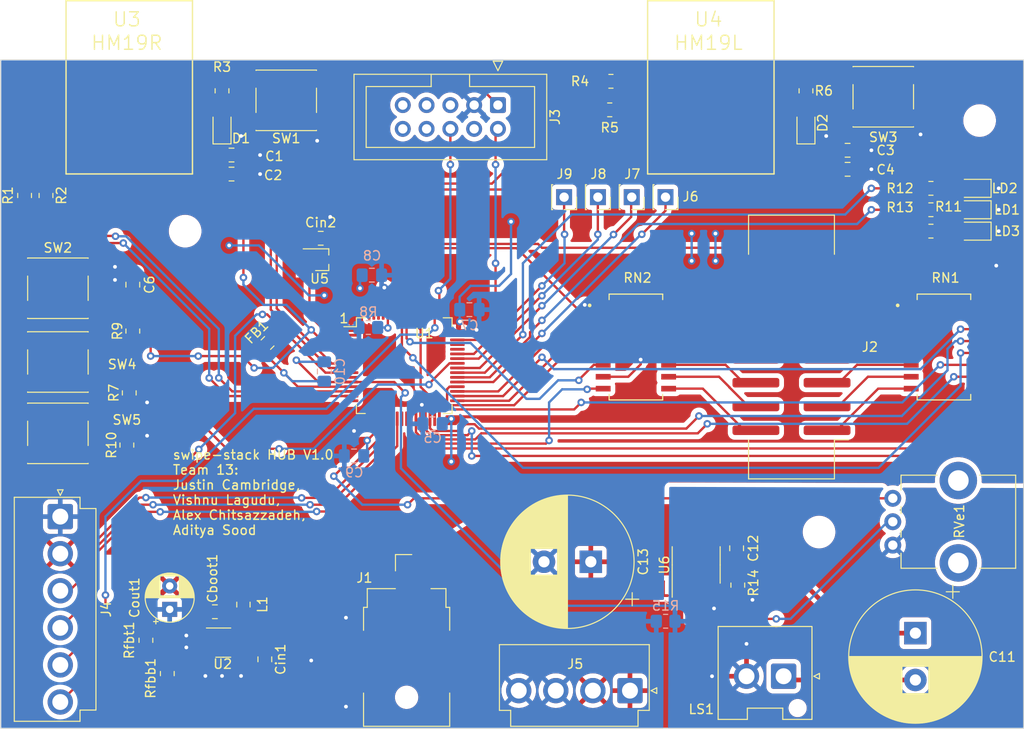
<source format=kicad_pcb>
(kicad_pcb (version 20221018) (generator pcbnew)
  (layers (0 "F.Cu" signal) (31 "B.Cu" signal) (34 "B.Paste" user) (35 "F.Paste" user) (36 "B.SilkS" user "B.Silkscreen") (37 "F.SilkS" user "F.Silkscreen") (38 "B.Mask" user) (39 "F.Mask" user) (44 "Edge.Cuts" user))
  (net 0 "")
  (net 1 "+5V")
  (net 2 "GND")
  (net 4 "+3.3V")
  (net 8 "/NRST")
  (net 10 "+3.3VA")
  (net 11 "Net-(C11-Pad1)")
  (net 12 "Net-(C11-Pad2)")
  (net 13 "Net-(C12-Pad2)")
  (net 15 "Net-(D1-A)")
  (net 16 "Net-(D2-A)")
  (net 19 "/PB0")
  (net 20 "/B0")
  (net 21 "/B1")
  (net 24 "/A0")
  (net 25 "/A2")
  (net 26 "/Clk")
  (net 27 "/BLNK")
  (net 28 "/G0")
  (net 29 "/G1")
  (net 30 "/A4")
  (net 31 "/A1")
  (net 32 "/A3")
  (net 33 "/LAT")
  (net 34 "/PA13")
  (net 35 "/PA14")
  (net 38 "/PA5")
  (net 43 "/MISO")
  (net 44 "/MOSI")
  (net 45 "/NSS")
  (net 46 "/EXTRA2")
  (net 47 "/EXTRA3")
  (net 48 "/EXTRA0")
  (net 49 "/EXTRA1")
  (net 50 "Net-(LD1-A)")
  (net 51 "Net-(U2-SW)")
  (net 52 "Net-(U2-FB)")
  (net 53 "Net-(U2-CB)")
  (net 58 "Net-(U3-PIO1)")
  (net 59 "Net-(LD2-A)")
  (net 61 "Net-(U3-UART_TX)")
  (net 63 "Net-(U3-UART_RX)")
  (net 71 "Net-(U4-PIO1)")
  (net 72 "Net-(LD3-A)")
  (net 74 "Net-(U4-UART_TX)")
  (net 76 "Net-(U4-UART_RX)")
  (net 80 "/PA1")
  (net 81 "/PA0")
  (net 82 "/PC1")
  (net 83 "/PC0")
  (net 84 "/PA8")
  (net 85 "Net-(U6-+)")
  (net 86 "/BOOT0")
  (net 87 "/PC2")
  (net 89 "/PC7")
  (net 90 "/PC8")
  (net 91 "Net-(U3-PIO0)")
  (net 92 "Net-(U4-PIO0)")
  (net 93 "/PF0")
  (net 94 "/DAC_OUT1")
  (net 95 "/PB6")
  (net 96 "/PB7")
  (net 100 "/PB3")
  (net 101 "Net-(J2-Pin_1)")
  (net 102 "Net-(J2-Pin_2)")
  (net 103 "Net-(J2-Pin_3)")
  (net 104 "Net-(J2-Pin_4)")
  (net 105 "Net-(J2-Pin_5)")
  (net 106 "Net-(J2-Pin_6)")
  (net 107 "Net-(J2-Pin_7)")
  (net 108 "Net-(J2-Pin_8)")
  (net 109 "Net-(J2-Pin_9)")
  (net 110 "Net-(J2-Pin_10)")
  (net 111 "Net-(J2-Pin_11)")
  (net 112 "Net-(J2-Pin_12)")
  (net 113 "Net-(J2-Pin_13)")
  (net 114 "Net-(J2-Pin_14)")
  (net 115 "Net-(J2-Pin_15)")
  (net 116 "Net-(J2-Pin_16)")
  (net 122 "GNDA")
  (footprint "LED_SMD:LED_0805_2012Metric_Pad1.15x1.40mm_HandSolder" (layer "F.Cu") (at 193.04 104.394 180)
    (fp_text reference "LD3")
    (fp_text value "LED_Red" hide)
  )
  (footprint "Package_TO_SOT_SMD:SOT-23-6" (layer "F.Cu") (at 112.9085 148.332)
    (fp_text reference "U2")
    (fp_text value "LMR51430 (LMR54410)" hide)
  )
  (footprint "Resistor_SMD:R_0805_2012Metric_Pad1.20x1.40mm_HandSolder" (layer "F.Cu") (at 102.616 127.238 90)
    (fp_text reference "R10")
    (fp_text value "1k" hide)
  )
  (footprint "Capacitor_THT:CP_Radial_D5.0mm_P2.50mm" (layer "F.Cu") (at 107.188 144.78 90)
    (fp_text reference "Cout1")
    (fp_text value "22uF" hide)
  )
  (footprint "Connector_JST:JST_VH_B4P-VH-B_1x04_P3.96mm_Vertical" (layer "F.Cu") (at 156.3395 153.458 180)
    (fp_text reference "J5")
    (fp_text value "Conn_01x04" hide)
  )
  (footprint "Resistor_SMD:R_0805_2012Metric_Pad1.20x1.40mm_HandSolder" (layer "F.Cu") (at 103.251 115.062 90)
    (fp_text reference "R9")
    (fp_text value "100k" hide)
  )
  (footprint "Connector_JST:JST_VH_B6P-VH-B_1x06_P3.96mm_Vertical" (layer "F.Cu") (at 95.504 134.874 -90)
    (fp_text reference "J4")
    (fp_text value "Conn_01x06" hide)
  )
  (footprint "Connector_JST:JST_VH_B2P-VH-FB-B_1x02_P3.96mm_Vertical" (layer "F.Cu") (at 172.744 151.921 180)
    (fp_text reference "LS1")
    (fp_text value "Speaker")
  )
  (footprint "Potentiometer_THT:Potentiometer_Bourns_PTV09A-1_Single_Vertical" (layer "F.Cu") (at 184.404 137.922)
    (fp_text reference "RVe1")
    (fp_text value "R_Potentiometer")
  )
  (footprint "Resistor_SMD:R_0805_2012Metric_Pad1.20x1.40mm_HandSolder" (layer "F.Cu") (at 93.98 100.584 -90)
    (fp_text reference "R2")
    (fp_text value "1k" hide)
  )
  (footprint "MountingHole:MountingHole_3mm" (layer "F.Cu") (at 193.675 92.583)
    (fp_text reference "H1" hide)
    (fp_text value "MountingHole" hide)
  )
  (footprint "Capacitor_SMD:C_0805_2012Metric_Pad1.18x1.45mm_HandSolder" (layer "F.Cu") (at 112.014 145.034 180)
    (fp_text reference "Cboot1")
    (fp_text value "0.1uF" hide)
  )
  (footprint "Resistor_SMD:R_0805_2012Metric_Pad1.20x1.40mm_HandSolder" (layer "F.Cu") (at 112.776 89.408 -90)
    (fp_text reference "R3")
    (fp_text value "470" hide)
  )
  (footprint "Capacitor_SMD:C_0805_2012Metric_Pad1.18x1.45mm_HandSolder" (layer "F.Cu") (at 113.792 96.266)
    (fp_text reference "C1")
    (fp_text value "10uF" hide)
  )
  (footprint "Resistor_SMD:R_0805_2012Metric_Pad1.20x1.40mm_HandSolder" (layer "F.Cu") (at 154.178 91.44 180)
    (fp_text reference "R5")
    (fp_text value "1k" hide)
  )
  (footprint "LED_SMD:LED_0805_2012Metric_Pad1.15x1.40mm_HandSolder" (layer "F.Cu") (at 112.776 93.218 90)
    (fp_text reference "D1")
    (fp_text value "LED1" hide)
  )
  (footprint "Inductor_SMD:L_0805_2012Metric_Pad1.15x1.40mm_HandSolder" (layer "F.Cu") (at 115.062 144.272 90)
    (fp_text reference "L1")
    (fp_text value "10uH" hide)
  )
  (footprint "Resistor_SMD:R_0805_2012Metric_Pad1.20x1.40mm_HandSolder" (layer "F.Cu") (at 91.694 100.584 -90)
    (fp_text reference "R1")
    (fp_text value "1k" hide)
  )
  (footprint "Connector_IDC:IDC-Header_2x08_P2.54mm_Vertical_SMD" (layer "F.Cu") (at 173.585705 116.765705 180)
    (fp_text reference "J2")
    (fp_text value "Conn_02x08_Odd_Even" hide)
  )
  (footprint "Button_Switch_SMD:SW_SPST_PTS645" (layer "F.Cu") (at 183.388 90.043)
    (fp_text reference "SW3")
    (fp_text value "~")
  )
  (footprint "Button_Switch_SMD:SW_SPST_PTS645" (layer "F.Cu") (at 95.25 118.364)
    (fp_text reference "SW4")
    (fp_text value "SW_Push" hide)
  )
  (footprint "Capacitor_SMD:C_0805_2012Metric_Pad1.18x1.45mm_HandSolder" (layer "F.Cu") (at 117.348 150.114 -90)
    (fp_text reference "Cin1")
    (fp_text value "2.2uF" hide)
  )
  (footprint "Capacitor_SMD:C_0805_2012Metric_Pad1.18x1.45mm_HandSolder" (layer "F.Cu") (at 103.251 110.109 -90)
    (fp_text reference "C6")
    (fp_text value "0.1uF" hide)
  )
  (footprint "Library:HM-19-MODULE" (layer "F.Cu") (at 102.87 89.535)
    (fp_text reference "U3")
    (fp_text value "HM19R")
  )
  (footprint "Resistor_SMD:R_0805_2012Metric_Pad1.20x1.40mm_HandSolder" (layer "F.Cu") (at 188.475 99.822 180)
    (fp_text reference "R12")
    (fp_text value "1k" hide)
  )
  (footprint "Resistor_SMD:R_0805_2012Metric_Pad1.20x1.40mm_HandSolder" (layer "F.Cu") (at 106.934 151.638 -90)
    (fp_text reference "Rfbb1")
    (fp_text value "22.1k" hide)
  )
  (footprint "Connector_IDC:IDC-Header_2x05_P2.54mm_Vertical" (layer "F.Cu") (at 142.24 90.932 -90)
    (fp_text reference "J3")
    (fp_text value "Conn_02x05_Odd_Even" hide)
  )
  (footprint "Button_Switch_SMD:SW_SPST_PTS645" (layer "F.Cu") (at 119.634 90.424)
    (fp_text reference "SW1")
    (fp_text value "~")
  )
  (footprint "Connector_PinSocket_2.54mm:PinSocket_1x01_P2.54mm_Vertical" (layer "F.Cu") (at 149.305705 100.763705 -90)
    (fp_text reference "J9")
    (fp_text value "Conn_01x01_Socket" hide)
  )
  (footprint "Package_SO:SOIC-8-1EP_3.9x4.9mm_P1.27mm_EP2.29x3mm" (layer "F.Cu") (at 163.409 140.035 90)
    (fp_text reference "U6")
    (fp_text value "LM386" hide)
  )
  (footprint "Resistor_SMD:R_0805_2012Metric_Pad1.20x1.40mm_HandSolder" (layer "F.Cu") (at 188.475 102.108 180)
    (fp_text reference "R11")
    (fp_text value "2k" hide)
  )
  (footprint "LED_SMD:LED_0805_2012Metric_Pad1.15x1.40mm_HandSolder" (layer "F.Cu") (at 175.133 93.218 90)
    (fp_text reference "D2")
    (fp_text value "LED1" hide)
  )
  (footprint "Connector_BarrelJack:BarrelJack_CUI_PJ-036AH-SMT_Horizontal" (layer "F.Cu") (at 132.488 147.168)
    (fp_text reference "J1")
    (fp_text value "Barrel_Jack_Switch" hide)
  )
  (footprint "Resistor_SMD:R_0805_2012Metric_Pad1.20x1.40mm_HandSolder" (layer "F.Cu") (at 175.133 89.408 -90)
    (fp_text reference "R6")
    (fp_text value "470" hide)
  )
  (footprint "Connector_PinSocket_2.54mm:PinSocket_1x01_P2.54mm_Vertical" (layer "F.Cu") (at 152.915705 100.763705 -90)
    (fp_text reference "J8")
    (fp_text value "Conn_01x01_Socket" hide)
  )
  (footprint "MountingHole:MountingHole_3mm" (layer "F.Cu") (at 176.53 136.525)
    (fp_text reference "H3" hide)
    (fp_text value "MountingHole" hide)
  )
  (footprint "LED_SMD:LED_0805_2012Metric_Pad1.15x1.40mm_HandSolder" (layer "F.Cu") (at 193.04 102.108 180)
    (fp_text reference "LD1")
    (fp_text value "LED_Yellow" hide)
  )
  (footprint "MountingHole:MountingHole_3mm" (layer "F.Cu") (at 108.839 104.394)
    (fp_text reference "H2" hide)
    (fp_text value "MountingHole" hide)
  )
  (footprint "LED_SMD:LED_0805_2012Metric_Pad1.15x1.40mm_HandSolder" (layer "F.Cu") (at 193.04 99.822 180)
    (fp_text reference "LD2")
    (fp_text value "LED_Green" hide)
  )
  (footprint "Capacitor_SMD:C_0805_2012Metric_Pad1.18x1.45mm_HandSolder" (layer "F.Cu") (at 179.578 95.758)
    (fp_text reference "C3")
    (fp_text value "10uF" hide)
  )
  (footprint "Library:HM-19-MODULE" (layer "F.Cu") (at 164.973 89.535)
    (fp_text reference "U4")
    (fp_text value "HM19L")
  )
  (footprint "Capacitor_THT:CP_Radial_D14.0mm_P5.00mm" (layer "F.Cu") (at 152.157729 139.7 180)
    (fp_text reference "C13")
    (fp_text value "470uF" hide)
  )
  (footprint "Library:SOIC127P762X240-16N" (layer "F.Cu") (at 156.972 116.765705)
    (fp_text reference "RN2")
    (fp_text value "R_Pack08" hide)
  )
  (footprint "Capacitor_THT:CP_Radial_D14.0mm_P5.00mm" (layer "F.Cu") (at 186.817 147.32 -90)
    (fp_text reference "C11")
    (fp_text value "250uF" hide)
  )
  (footprint "Capacitor_SMD:C_0805_2012Metric_Pad1.18x1.45mm_HandSolder" (layer "F.Cu") (at 123.317 105.156)
    (fp_text reference "Cin2")
    (fp_text value "0.1uF" hide)
  )
  (footprint "Capacitor_SMD:C_0805_2012Metric_Pad1.18x1.45mm_HandSolder" (layer "F.Cu") (at 167.727 138.257 -90)
    (fp_text reference "C12")
    (fp_text value ".05uF" hide)
  )
  (footprint "Resistor_SMD:R_0805_2012Metric_Pad1.20x1.40mm_HandSolder" (layer "F.Cu") (at 104.648 148.082 -90)
    (fp_text reference "Rfbt1")
    (fp_text value "69.8k" hide)
  )
  (footprint "Connector_PinSocket_2.54mm:PinSocket_1x01_P2.54mm_Vertical" (layer "F.Cu") (at 156.527705 100.763705 -90)
    (fp_text reference "J7")
    (fp_text value "Conn_01x01_Socket" hide)
  )
  (footprint "Inductor_SMD:L_0805_2012Metric_Pad1.15x1.40mm_HandSolder" (layer "F.Cu") (at 117.639216 116.332 45)
    (fp_text reference "FB1")
    (fp_text value "Ferrite Bead" hide)
  )
  (footprint "Package_QFP:LQFP-64_10x10mm_P0.5mm" (layer "F.Cu") (at 132.235 118.755)
    (fp_text reference "U1")
    (fp_text value "STM32F091RCTx")
  )
  (footprint "Capacitor_SMD:C_0805_2012Metric_Pad1.18x1.45mm_HandSolder" (layer "F.Cu") (at 179.578 97.79)
    (fp_text reference "C4")
    (fp_text value "0.1uF" hide)
  )
  (footprint "Package_TO_SOT_SMD:SOT-323_SC-70_Handsoldering" (layer "F.Cu") (at 123.444 107.442)
    (fp_text reference "U5")
    (fp_text value "MAX7375AXR805" hide)
  )
  (footprint "Resistor_SMD:R_0805_2012Metric_Pad1.20x1.40mm_HandSolder" (layer "F.Cu") (at 167.854 142.194 90)
    (fp_text reference "R14")
    (fp_text value "10" hide)
  )
  (footprint "Connector_PinSocket_2.54mm:PinSocket_1x01_P2.54mm_Vertical" (layer "F.Cu") (at 160.133705 100.763705 -90)
    (fp_text reference "J6")
    (fp_text value "Conn_01x01_Socket" hide)
  )
  (footprint "Resistor_SMD:R_0805_2012Metric_Pad1.20x1.40mm_HandSolder" (layer "F.Cu") (at 154.305 88.392 180)
    (fp_text reference "R4")
    (fp_text value "1k" hide)
  )
  (footprint "Resistor_SMD:R_0805_2012Metric_Pad1.20x1.40mm_HandSolder" (layer "F.Cu") (at 188.475 104.394)
    (fp_text reference "R13")
    (fp_text value "1k" hide)
  )
  (footprint "Capacitor_SMD:C_0805_2012Metric_Pad1.18x1.45mm_HandSolder" (layer "F.Cu") (at 113.792 98.298)
    (fp_text reference "C2")
    (fp_text value "0.1uF" hide)
  )
  (footprint "Button_Switch_SMD:SW_SPST_PTS645" (layer "F.Cu") (at 95.25 110.49)
    (fp_text reference "SW2")
    (fp_text value "~")
  )
  (footprint "Library:SOIC127P762X240-16N" (layer "F.Cu") (at 189.865 116.765705)
    (fp_text reference "RN1")
    (fp_text value "R_Pack08" hide)
  )
  (footprint "Resistor_SMD:R_0805_2012Metric_Pad1.20x1.40mm_HandSolder" (layer "F.Cu") (at 102.87 121.666 90)
    (fp_text reference "R7")
    (fp_text value "1k" hide)
  )
  (footprint "Button_Switch_SMD:SW_SPST_PTS645" (layer "F.Cu") (at 95.25 125.984)
    (fp_text reference "SW5")
    (fp_text value "SW_Push" hide)
  )
  (footprint "Resistor_SMD:R_0805_2012Metric_Pad1.20x1.40mm_HandSolder" (layer "B.Cu") (at 160.147 146.05 180)
    (fp_text reference "R15")
    (fp_text value "0")
  )
  (footprint "Capacitor_SMD:C_0805_2012Metric_Pad1.18x1.45mm_HandSolder" (layer "B.Cu") (at 126.873 128.397 180)
    (fp_text reference "C9")
    (fp_text value ".1uF" hide)
  )
  (footprint "Capacitor_SMD:C_0805_2012Metric_Pad1.18x1.45mm_HandSolder" (layer "B.Cu") (at 139.192 112.776)
    (fp_text reference "C7")
    (fp_text value ".1uF" hide)
  )
  (footprint "Capacitor_SMD:C_0805_2012Metric_Pad1.18x1.45mm_HandSolder" (layer "B.Cu") (at 135.255 124.968 180)
    (fp_text reference "C5")
    (fp_text value ".1uF" hide)
  )
  (footprint "Resistor_SMD:R_0805_2012Metric_Pad1.20x1.40mm_HandSolder" (layer "B.Cu") (at 128.397 114.681 180)
    (fp_text reference "R8")
    (fp_text value "100K" hide)
  )
  (footprint "Capacitor_SMD:C_0805_2012Metric_Pad1.18x1.45mm_HandSolder" (layer "B.Cu") (at 128.778 109.093)
    (fp_text reference "C8")
    (fp_text value ".1uF" hide)
  )
  (footprint "Capacitor_SMD:C_0805_2012Metric_Pad1.18x1.45mm_HandSolder" (layer "B.Cu") (at 123.698 119.38 90)
    (fp_text reference "C10")
    (fp_text value ".1uF" hide)
  )
  (gr_rect (start 89.154 86.106) (end 198.374 157.48) (stroke (width 0.1)) (fill none) (layer "Edge.Cuts"))
  (gr_text "1\n" (at 159.004 143.51) (layer "F.Cu") (effects (font (size 1.5 1.5) (thickness 0.3) bold) (justify left bottom)))
  (gr_text "1" (at 125.222 114.3) (layer "F.SilkS") (effects (font (size 1 1)) (justify left bottom)))
  (gr_text "swipe-stack HUB V1.0\nTeam 13:\nJustin Cambridge, \nVishnu Lagudu, \nAlex Chitsazzadeh, \nAditya Sood\n" (at 107.442 136.906) (layer "F.SilkS") (effects (font (size 1 1)) (justify left bottom)))
  (segment (start 133.161 141.393) (end 136.313 141.393) (width 1) (layer "F.Cu") (net 1))
  (segment (start 133.161 141.393) (end 133.161 138.241) (width 1) (layer "F.Cu") (net 1))
  (segment (start 133.161 141.393) (end 133.161 145.226) (width 1) (layer "F.Cu") (net 1))
  (segment (start 133.161 141.393) (end 129.328 141.393) (width 1) (layer "F.Cu") (net 1))
  (segment (start 117.221 148.209) (end 122.555 148.209) (width 1) (layer "F.Cu") (net 1))
  (segment (start 164.044 137.56) (end 164.044 135.463) (width 0.25) (layer "F.Cu") (net 1))
  (segment (start 133.161 141.393) (end 133.119 141.351) (width 0.5) (layer "F.Cu") (net 1))
  (segment (start 128.985 111.542298) (end 128.985 113.08) (width 0.25) (layer "F.Cu") (net 2))
  (segment (start 128.527764 125.73) (end 128.985 125.272764) (width 0.25) (layer "F.Cu") (net 2))
  (segment (start 101.346 108.204) (end 101.31 108.24) (width 0.25) (layer "F.Cu") (net 2))
  (segment (start 151.563705 112.320705) (end 153.477 112.320705) (width 0.25) (layer "F.Cu") (net 2))
  (segment (start 101.8755 109.0715) (end 103.251 109.0715) (width 0.25) (layer "F.Cu") (net 2))
  (segment (start 91.27 108.24) (end 99.23 108.24) (width 0.25) (layer "F.Cu") (net 2))
  (segment (start 116.84 96.266) (end 114.8295 96.266) (width 0.25) (layer "F.Cu") (net 2))
  (segment (start 102.87 122.666) (end 104.759 122.666) (width 0.25) (layer "F.Cu") (net 2))
  (segment (start 124.774 107.442) (end 124.714 107.382) (width 0.25) (layer "F.Cu") (net 2))
  (segment (start 116.84 98.298) (end 114.8295 98.298) (width 0.25) (layer "F.Cu") (net 2))
  (segment (start 101.346 109.601) (end 101.8755 109.0715) (width 0.25) (layer "F.Cu") (net 2))
  (segment (start 179.408 92.293) (end 187.368 92.293) (width 0.25) (layer "F.Cu") (net 2))
  (segment (start 124.3545 102.8915) (end 124.3545 105.156) (width 0.25) (layer "F.Cu") (net 2))
  (segment (start 174.38 94.243) (end 175.133 94.243) (width 0.25) (layer "F.Cu") (net 2))
  (segment (start 108.458 144.78) (end 109.093 145.415) (width 0.25) (layer "F.Cu") (net 2))
  (segment (start 125.859 150.241) (end 126.011 150.393) (width 0.5) (layer "F.Cu") (net 2))
  (segment (start 124.714 105.5155) (end 124.3545 105.156) (width 0.25) (layer "F.Cu") (net 2))
  (segment (start 156.157295 119.940705) (end 153.477 119.940705) (width 0.25) (layer "F.Cu") (net 2))
  (segment (start 172.231 92.658) (end 172.795 92.658) (width 0.25) (layer "F.Cu") (net 2))
  (segment (start 126.011 145.669) (end 126.011 150.393) (width 1) (layer "F.Cu") (net 2))
  (segment (start 135.485 124.43) (end 135.485 123.587236) (width 0.25) (layer "F.Cu") (net 2))
  (segment (start 126.011 155.167) (end 126.011 150.393) (width 1) (layer "F.Cu") (net 2))
  (segment (start 177.283 94.243) (end 175.133 94.243) (width 0.25) (layer "F.Cu") (net 2))
  (segment (start 102.616 126.238) (end 104.775 126.238) (width 0.25) (layer "F.Cu") (net 2))
  (segment (start 194.065 99.822) (end 195.716 99.822) (width 0.25) (layer "F.Cu") (net 2))
  (segment (start 128.985 125.272764) (end 128.985 124.43) (width 0.25) (layer "F.Cu") (net 2))
  (segment (start 151.511 112.268) (end 151.563705 112.320705) (width 0.25) (layer "F.Cu") (net 2))
  (segment (start 130.106149 110.421149) (end 128.985 111.542298) (width 0.25) (layer "F.Cu") (net 2))
  (segment (start 123.614 94.064) (end 123.614 92.674) (width 0.25) (layer "F.Cu") (net 2))
  (segment (start 194.065 102.108) (end 195.716 102.108) (width 0.25) (layer "F.Cu") (net 2))
  (segment (start 101.382 108.24) (end 101.346 108.204) (width 0.25) (layer "F.Cu") (net 2))
  (segment (start 135.485 123.587236) (end 134.833764 122.936) (width 0.25) (layer "F.Cu") (net 2))
  (segment (start 114.808 94.234) (end 114.799 94.243) (width 0.25) (layer "F.Cu") (net 2))
  (segment (start 109.093 145.415) (end 109.093 146.685) (width 0.25) (layer "F.Cu") (net 2))
  (segment (start 122.936 94.742) (end 123.614 94.064) (width 0.25) (layer "F.Cu") (net 2))
  (segment (start 106.934 152.638) (end 108.982 152.638) (width 0.25) (layer "F.Cu") (net 2))
  (segment (start 134.833764 122.936) (end 134.112 122.936) (width 0.25) (layer "F.Cu") (net 2))
  (segment (start 101.31 108.24) (end 99.23 108.24) (width 0.25) (layer "F.Cu") (net 2))
  (segment (start 124.714 107.382) (end 124.714 105.5155) (width 0.25) (layer "F.Cu") (net 2))
  (segment (start 108.982 152.638) (end 109.728 151.892) (width 0.25) (layer "F.Cu") (net 2))
  (segment (start 182.118 97.79) (end 180.6155 97.79) (width 0.25) (layer "F.Cu") (net 2))
  (segment (start 110.18 92.964) (end 110.128 92.912) (width 0.25) (layer "F.Cu") (net 2))
  (segment (start 139.384 115.505) (end 137.91 115.505) (width 0.25) (layer "F.Cu") (net 2))
  (segment (start 139.954 114.935) (end 139.384 115.505) (width 0.25) (layer "F.Cu") (net 2))
  (segment (start 124.333 102.87) (end 124.3545 102.8915) (width 0.25) (layer "F.Cu") (net 2))
  (segment (start 187.368 94.064) (end 187.368 92.293) (width 0.25) (layer "F.Cu") (net 2))
  (segment (start 182.118 95.758) (end 180.6155 95.758) (width 0.25) (layer "F.Cu") (net 2))
  (segment (start 177.292 94.234) (end 177.283 94.243) (width 0.25) (layer "F.Cu") (net 2))
  (segment (start 157.48 118.618) (end 156.157295 119.940705) (width 0.25) (layer "F.Cu") (net 2))
  (segment (start 110.744 92.964) (end 110.18 92.964) (width 0.25) (layer "F.Cu") (net 2))
  (segment (start 194.065 104.394) (end 195.716 104.394) (width 0.25) (layer "F.Cu") (net 2))
  (segment (start 114.799 94.243) (end 112.776 94.243) (width 0.25) (layer "F.Cu") (net 2))
  (segment (start 112.776 94.243) (end 112.023 94.243) (width 0.25) (layer "F.Cu") (net 2))
  (segment (start 122.301 150.241) (end 125.859 150.241) (width 1) (layer "F.Cu") (net 2))
  (segment (start 107.188 144.78) (end 108.458 144.78) (width 0.25) (layer "F.Cu") (net 2))
  (segment (start 115.654 92.674) (end 123.614 92.674) (width 0.25) (layer "F.Cu") (net 2))
  (segment (start 172.795 92.658) (end 174.38 94.243) (width 0.25) (layer "F.Cu") (net 2))
  (segment (start 126.873 125.73) (end 128.527764 125.73) (width 0.25) (layer "F.Cu") (net 2))
  (segment (start 104.759 122.666) (end 104.775 122.682) (width 0.25) (layer "F.Cu") (net 2))
  (segment (start 157.48 118.11) (end 157.48 118.618) (width 0.25) (layer "F.Cu") (net 2))
  (segment (start 112.023 94.243) (end 110.744 92.964) (width 0.25) (layer "F.Cu") (net 2))
  (via (at 116.84 96.266) (size 0.8) (drill 0.4) (layers "F.Cu" "B.Cu") (net 2))
  (via (at 182.118 95.758) (size 0.8) (drill 0.4) (layers "F.Cu" "B.Cu") (net 2))
  (via (at 195.716 102.108) (size 0.8) (drill 0.4) (layers "F.Cu" "B.Cu") (net 2))
  (via (at 177.292 94.234) (size 0.8) (drill 0.4) (layers "F.Cu" "B.Cu") (net 2))
  (via (at 187.368 94.064) (size 0.8) (drill 0.4) (layers "F.Cu" "B.Cu") (net 2))
  (via (at 114.808 151.892) (size 0.8) (drill 0.4) (layers "F.Cu" "B.Cu") (net 2))
  (via (at 112.776 151.892) (size 0.8) (drill 0.4) (layers "F.Cu" "B.Cu") (net 2))
  (via (at 108.966 148.844) (size 0.8) (drill 0.4) (layers "F.Cu" "B.Cu") (net 2))
  (via (at 126.011 145.669) (size 0.8) (drill 0.4) (layers "F.Cu" "B.Cu") (net 2))
  (via (at 104.775 126.238) (size 0.8) (drill 0.4) (layers "F.Cu" "B.Cu") (net 2))
  (via (at 195.716 99.822) (size 0.8) (drill 0.4) (layers "F.Cu" "B.Cu") (net 2))
  (via (at 122.301 150.241) (size 0.8) (drill 0.4) (layers "F.Cu" "B.Cu") (net 2))
  (via (at 122.936 94.742) (size 0.8) (drill 0.4) (layers "F.Cu" "B.Cu") (net 2))
  (via (at 126.873 125.73) (size 0.8) (drill 0.4) (layers "F.Cu" "B.Cu") (net 2))
  (via (at 157.48 118.11) (size 0.8) (drill 0.4) (layers "F.Cu" "B.Cu") (net 2))
  (via (at 151.511 112.268) (size 0.8) (drill 0.4) (layers "F.Cu" "B.Cu") (net 2))
  (via (at 101.346 108.204) (size 0.8) (drill 0.4) (layers "F.Cu" "B.Cu") (net 2))
  (via (at 134.112 122.936) (size 0.8) (drill 0.4) (layers "F.Cu" "B.Cu") (net 2))
  (via (at 110.998 151.892) (size 0.8) (drill 0.4) (layers "F.Cu" "B.Cu") (net 2))
  (via (at 104.775 122.682) (size 0.8) (drill 0.4) (layers "F.Cu" "B.Cu") (net 2))
  (via (at 126.011 155.167) (size 0.8) (drill 0.4) (layers "F.Cu" "B.Cu") (net 2))
  (via (at 195.716 104.394) (size 0.8) (drill 0.4) (layers "F.Cu" "B.Cu") (net 2))
  (via (at 124.333 102.87) (size 0.8) (drill 0.4) (layers "F.Cu" "B.Cu") (net 2))
  (via (at 108.966 147.574) (size 0.8) (drill 0.4) (layers "F.Cu" "B.Cu") (net 2))
  (via (at 139.954 114.935) (size 0.8) (drill 0.4) (layers "F.Cu" "B.Cu") (net 2))
  (via (at 116.84 98.298) (size 0.8) (drill 0.4) (layers "F.Cu" "B.Cu") (net 2))
  (via (at 114.808 94.234) (size 0.8) (drill 0.4) (layers "F.Cu" "B.Cu") (net 2))
  (via (at 130.106149 110.421149) (size 0.8) (drill 0.4) (layers "F.Cu" "B.Cu") (net 2))
  (via (at 195.453 108.077) (size 3) (drill 0.4) (layers "F.Cu" "B.Cu") (net 2))
  (via (at 101.346 109.601) (size 0.8) (drill 0.4) (layers "F.Cu" "B.Cu") (net 2))
  (via (at 182.118 97.79) (size 0.8) (drill 0.4) (layers "F.Cu" "B.Cu") (net 2))
  (segment (start 181.172705 113.252705) (end 181.215705 113.209705) (width 0.25) (layer "B.Cu") (net 2))
  (segment (start 134.112 122.936) (end 134.112 123.9305) (width 0.25) (layer "B.Cu") (net 2))
  (segment (start 134.112 123.9305) (end 134.366 124.1845) (width 0.25) (layer "B.Cu") (net 2))
  (segment (start 139.954 114.935) (end 140.2295 114.6595) (width 0.25) (layer "B.Cu") (net 2))
  (segment (start 140.2295 114.6595) (end 140.2295 112.776) (width 0.25) (layer "B.Cu") (net 2))
  (segment (start 103.199 116.114) (end 103.251 116.062) (width 0.25) (layer "F.Cu") (net 4))
  (segment (start 178.4405 95.658) (end 172.231 95.658) (width 0.25) (layer "F.Cu") (net 4))
  (segment (start 122.2795 105.156) (end 122.2795 102.7645) (width 0.25) (layer "F.Cu") (net 4))
  (segment (start 122.2795 105.156) (end 122.2795 106.6265) (width 0.25) (layer "F.Cu") (net 4))
  (segment (start 128.485 111.5305) (end 128.485 113.08) (width 0.25) (layer "F.Cu") (net 4))
  (segment (start 137.257 124.43) (end 135.985 124.43) (width 0.25) (layer "F.Cu") (net 4))
  (segment (start 138.176 114.046) (end 138.176 114.739) (width 0.25) (layer "F.Cu") (net 4))
  (segment (start 112.7545 96.266) (end 112.4005 95.912) (width 0.25) (layer "F.Cu") (net 4))
  (segment (start 104.648 147.082) (end 104.648 144.501113) (width 0.25) (layer "F.Cu") (net 4))
  (segment (start 106.869113 142.28) (end 107.188 142.28) (width 0.25) (layer "F.Cu") (net 4))
  (segment (start 178.5405 95.758) (end 178.4405 95.658) (width 0.25) (layer "F.Cu") (net 4))
  (segment (start 127.508 110.49) (end 127.508 110.5535) (width 0.25) (layer "F.Cu") (net 4))
  (segment (start 112.4005 95.912) (end 110.128 95.912) (width 0.25) (layer "F.Cu") (net 4))
  (segment (start 175.006 97.155) (end 175.641 97.79) (width 0.25) (layer "F.Cu") (net 4))
  (segment (start 127.508 110.5535) (end 128.485 111.5305) (width 0.25) (layer "F.Cu") (net 4))
  (segment (start 104.648 144.501113) (end 106.869113 142.28) (width 0.25) (layer "F.Cu") (net 4))
  (segment (start 110.128 97.412) (end 111.128 97.412) (width 0.25) (layer "F.Cu") (net 4))
  (segment (start 129.485 125.531) (end 128.27 126.746) (width 0.25) (layer "F.Cu") (net 4))
  (segment (start 125.292 115.005) (end 126.56 115.005) (width 0.25) (layer "F.Cu") (net 4))
  (segment (start 187.475 104.394) (end 184.413 104.394) (width 0.25) (layer "F.Cu") (net 4))
  (segment (start 123.698 111.252) (end 123.698 113.411) (width 0.25) (layer "F.Cu") (net 4))
  (segment (start 175.641 97.79) (end 178.5405 97.79) (width 0.25) (layer "F.Cu") (net 4))
  (segment (start 112.014 98.298) (end 112.7545 98.298) (width 0.25) (layer "F.Cu") (net 4))
  (segment (start 138.176 114.739) (end 137.91 115.005) (width 0.25) (layer "F.Cu") (net 4))
  (segment (start 99.23 116.114) (end 103.199 116.114) (width 0.25) (layer "F.Cu") (net 4))
  (segment (start 172.231 97.158) (end 172.234 97.155) (width 0.25) (layer "F.Cu") (net 4))
  (segment (start 91.27 123.734) (end 99.23 123.734) (width 0.25) (layer "F.Cu") (net 4))
  (segment (start 172.234 97.155) (end 175.006 97.155) (width 0.25) (layer "F.Cu") (net 4))
  (segment (start 123.698 113.411) (end 125.292 115.005) (width 0.25) (layer "F.Cu") (net 4))
  (segment (start 122.2795 102.7645) (end 122.301 102.743) (width 0.25) (layer "F.Cu") (net 4))
  (segment (start 122.2795 106.6265) (end 122.114 106.792) (width 0.25) (layer "F.Cu") (net 4))
  (segment (start 111.128 97.412) (end 112.014 98.298) (width 0.25) (layer "F.Cu") (net 4))
  (segment (start 91.27 116.114) (end 99.23 116.114) (width 0.25) (layer "F.Cu") (net 4))
  (segment (start 129.485 124.43) (end 129.485 125.531) (width 0.25) (layer "F.Cu") (net 4))
  (via (at 123.698 111.252) (size 0.8) (drill 0.4) (layers "F.Cu" "B.Cu") (net 4))
  (via (at 162.927705 107.569) (size 0.8) (drill 0.4) (layers "F.Cu" "B.Cu") (net 4))
  (via (at 137.257 124.43) (size 0.8) (drill 0.4) (layers "F.Cu" "B.Cu") (net 4))
  (via (at 143.637 103.378) (size 0.8) (drill 0.4) (layers "F.Cu" "B.Cu") (net 4))
  (via (at 113.538 105.918) (size 0.8) (drill 0.4) (layers "F.Cu" "B.Cu") (net 4))
  (via (at 137.257 129.002) (size 0.8) (drill 0.4) (layers "F.Cu" "B.Cu") (net 4))
  (via (at 162.927705 104.648) (size 0.8) (drill 0.4) (layers "F.Cu" "B.Cu") (net 4))
  (via (at 138.176 114.046) (size 0.8) (drill 0.4) (layers "F.Cu" "B.Cu") (net 4))
  (via (at 128.27 126.746) (size 0.8) (drill 0.4) (layers "F.Cu" "B.Cu") (net 4))
  (via (at 165.481 107.569) (size 0.8) (drill 0.4) (layers "F.Cu" "B.Cu") (net 4))
  (via (at 127.508 110.49) (size 0.8) (drill 0.4) (layers "F.Cu" "B.Cu") (net 4))
  (via (at 165.467705 104.648) (size 0.8) (drill 0.4) (layers "F.Cu" "B.Cu") (net 4))
  (segment (start 143.637 103.378) (end 143.637 108.966) (width 0.25) (layer "B.Cu") (net 4))
  (segment (start 138.1545 111.4005) (end 138.1545 114.0245) (width 0.25) (layer "B.Cu") (net 4))
  (segment (start 123.698 111.252) (end 122.047 111.252) (width 0.25) (layer "B.Cu") (net 4))
  (segment (start 138.1545 114.0245) (end 138.176 114.046) (width 0.25) (layer "B.Cu") (net 4))
  (segment (start 142.367 110.236) (end 139.319 110.236) (width 0.25) (layer "B.Cu") (net 4))
  (segment (start 127.7405 109.093) (end 127.508 109.3255) (width 0.25) (layer "B.Cu") (net 4))
  (segment (start 122.047 111.252) (end 116.713 105.918) (width 0.25) (layer "B.Cu") (net 4))
  (segment (start 136.2925 124.968) (end 136.719 124.968) (width 0.25) (layer "B.Cu") (net 4))
  (segment (start 127.508 109.3255) (end 127.508 110.49) (width 0.25) (layer "B.Cu") (net 4))
  (segment (start 165.467705 107.555705) (end 165.481 107.569) (width 0.25) (layer "B.Cu") (net 4))
  (segment (start 165.467705 104.648) (end 165.467705 107.555705) (width 0.25) (layer "B.Cu") (net 4))
  (segment (start 128.27 128.0375) (end 127.9105 128.397) (width 0.25) (layer "B.Cu") (net 4))
  (segment (start 137.257 129.002) (end 137.257 124.43) (width 0.25) (layer "B.Cu") (net 4))
  (segment (start 116.713 105.918) (end 113.538 105.918) (width 0.25) (layer "B.Cu") (net 4))
  (segment (start 128.27 126.746) (end 128.27 128.0375) (width 0.25) (layer "B.Cu") (net 4))
  (segment (start 139.319 110.236) (end 138.1545 111.4005) (width 0.25) (layer "B.Cu") (net 4))
  (segment (start 162.927705 104.573705) (end 162.927705 107.569) (width 0.25) (layer "B.Cu") (net 4))
  (segment (start 143.637 108.966) (end 142.367 110.236) (width 0.25) (layer "B.Cu") (net 4))
  (segment (start 136.719 124.968) (end 137.257 124.43) (width 0.25) (layer "B.Cu") (net 4))
  (segment (start 103.2725 111.125) (end 103.251 111.1465) (width 0.25) (layer "F.Cu") (net 8))
  (segment (start 142.24 90.678) (end 142.24 90.932) (width 0.25) (layer "F.Cu") (net 8))
  (segment (start 99.8005 111.1465) (end 103.251 111.1465) (width 0.25) (layer "F.Cu") (net 8))
  (segment (start 99.711 114.189) (end 103.124 114.189) (width 0.25) (layer "F.Cu") (net 8))
  (segment (start 115.062 109.347) (end 115.062 103.886) (width 0.25) (layer "F.Cu") (net 8))
  (segment (start 130.800695 88.138) (end 139.446 88.138) (width 0.25) (layer "F.Cu") (net 8))
  (segment (start 139.446 88.138) (end 142.24 90.932) (width 0.25) (layer "F.Cu") (net 8))
  (segment (start 122.301 114.935) (end 125.371 118.005) (width 0.25) (layer "F.Cu") (net 8))
  (segment (start 129.323 89.625) (end 129.323 89.615695) (width 0.25) (layer "F.Cu") (net 8))
  (segment (start 105.156 112.014) (end 104.267 111.125) (width 0.25) (layer "F.Cu") (net 8))
  (segment (start 110.236 117.734375) (end 114.940375 117.734375) (width 0.25) (layer "F.Cu") (net 8))
  (segment (start 125.371 118.005) (end 126.56 118.005) (width 0.25) (layer "F.Cu") (net 8))
  (segment (start 99.23 113.708) (end 99.711 114.189) (width 0.25) (layer "F.Cu") (net 8))
  (segment (start 99.23 111.717) (end 99.8005 111.1465) (width 0.25) (layer "F.Cu") (net 8))
  (segment (start 99.23 112.74) (end 99.23 113.708) (width 0.25) (layer "F.Cu") (net 8))
  (segment (start 115.062 103.886) (end 129.323 89.625) (width 0.25) (layer "F.Cu") (net 8))
  (segment (start 103.124 114.189) (end 103.251 114.062) (width 0.25) (layer "F.Cu") (net 8))
  (segment (start 104.267 111.125) (end 103.2725 111.125) (width 0.25) (layer "F.Cu") (net 8))
  (segment (start 129.323 89.615695) (end 130.800695 88.138) (width 0.25) (layer "F.Cu") (net 8))
  (segment (start 91.27 112.74) (end 99.23 112.74) (width 0.25) (layer "F.Cu") (net 8))
  (segment (start 99.23 112.74) (end 99.23 111.717) (width 0.25) (layer "F.Cu") (net 8))
  (segment (start 105.156 117.729) (end 105.156 112.014) (width 0.25) (layer "F.Cu") (net 8))
  (segment (start 114.940375 117.734375) (end 116.205 118.999) (width 0.25) (layer "F.Cu") (net 8))
  (via (at 115.062 109.347) (size 0.8) (drill 0.4) (layers "F.Cu" "B.Cu") (net 8))
  (via (at 122.301 114.935) (size 0.8) (drill 0.4) (layers "F.Cu" "B.Cu") (net 8))
  (via (at 116.205 118.999) (size 0.8) (drill 0.4) (layers "F.Cu" "B.Cu") (net 8))
  (via (at 110.236 117.734375) (size 0.8) (drill 0.4) (layers "F.Cu" "B.Cu") (net 8))
  (via (at 105.156 117.729) (size 0.8) (drill 0.4) (layers "F.Cu" "B.Cu") (net 8))
  (segment (start 105.156 117.729) (end 105.161375 117.734375) (width 0.25) (layer "B.Cu") (net 8))
  (segment (start 118.227695 118.999) (end 122.291695 114.935) (width 0.25) (layer "B.Cu") (net 8))
  (segment (start 116.205 118.999) (end 118.227695 118.999) (width 0.25) (layer "B.Cu") (net 8))
  (segment (start 119.634 112.268) (end 122.301 114.935) (width 0.25) (layer "B.Cu") (net 8))
  (segment (start 115.062 109.347) (end 115.062 110.109) (width 0.25) (layer "B.Cu") (net 8))
  (segment (start 105.161375 117.734375) (end 110.236 117.734375) (width 0.25) (layer "B.Cu") (net 8))
  (segment (start 122.291695 114.935) (end 122.301 114.935) (width 0.25) (layer "B.Cu") (net 8))
  (segment (start 115.062 110.109) (end 117.221 112.268) (width 0.25) (layer "B.Cu") (net 8))
  (segment (start 117.221 112.268) (end 119.634 112.268) (width 0.25) (layer "B.Cu") (net 8))
  (segment (start 119.38 119.522352) (end 120.862648 121.005) (width 0.25) (layer "F.Cu") (net 10))
  (segment (start 119.38 119.522352) (end 116.914432 117.056784) (width 0.25) (layer "F.Cu") (net 10))
  (segment (start 120.862648 121.005) (end 126.56 121.005) (width 0.25) (layer "F.Cu") (net 10))
  (via (at 119.38 119.522352) (size 0.8) (drill 0.4) (layers "F.Cu" "B.Cu") (net 10))
  (segment (start 119.38 119.522352) (end 120.275148 120.4175) (width 0.25) (layer "B.Cu") (net 10))
  (segment (start 120.275148 120.4175) (end 123.698 120.4175) (width 0.25) (layer "B.Cu") (net 10))
  (segment (start 165.6545 137.2195) (end 167.727 137.2195) (width 0.25) (layer "F.Cu") (net 11))
  (segment (start 170.1125 137.2195) (end 180.213 147.32) (width 0.5) (layer "F.Cu") (net 11))
  (segment (start 165.314 137.56) (end 165.6545 137.2195) (width 0.25) (layer "F.Cu") (net 11))
  (segment (start 167.727 137.2195) (end 170.1125 137.2195) (width 0.5) (layer "F.Cu") (net 11))
  (segment (start 180.213 147.32) (end 186.817 147.32) (width 0.5) (layer "F.Cu") (net 11))
  (segment (start 186.817 152.32) (end 173.143 152.32) (width 0.5) (layer "F.Cu") (net 12))
  (segment (start 173.143 152.32) (end 172.744 151.921) (width 0.5) (layer "F.Cu") (net 12))
  (segment (start 167.727 139.2945) (end 167.854 139.4215) (width 0.25) (layer "F.Cu") (net 13))
  (segment (start 167.854 139.4215) (end 167.854 141.194) (width 0.25) (layer "F.Cu") (net 13))
  (segment (start 112.776 90.408) (end 112.776 92.193) (width 0.25) (layer "F.Cu") (net 15))
  (segment (start 175.133 90.408) (end 175.133 92.193) (width 0.25) (layer "F.Cu") (net 16))
  (segment (start 187.108 127.598) (end 134.580208 127.598) (width 0.25) (layer "F.Cu") (net 19))
  (segment (start 193.36 121.346) (end 187.108 127.598) (width 0.25) (layer "F.Cu") (net 19))
  (segment (start 134.580208 127.598) (end 132.985 126.002792) (width 0.25) (layer "F.Cu") (net 19))
  (segment (start 132.985 126.002792) (end 132.985 124.43) (width 0.25) (layer "F.Cu") (net 19))
  (segment (start 193.36 121.210705) (end 193.36 121.346) (width 0.25) (layer "F.Cu") (net 19))
  (segment (start 163.576 125.984) (end 140.462 125.984) (width 0.25) (layer "F.Cu") (net 20))
  (segment (start 133.985 125.73) (end 133.985 124.43) (width 0.25) (layer "F.Cu") (net 20))
  (segment (start 134.885 126.63) (end 133.985 125.73) (width 0.25) (layer "F.Cu") (net 20))
  (segment (start 139.816 126.63) (end 134.885 126.63) (width 0.25) (layer "F.Cu") (net 20))
  (segment (start 140.462 125.984) (end 139.816 126.63) (width 0.25) (layer "F.Cu") (net 20))
  (segment (start 164.592 124.968) (end 163.576 125.984) (width 0.25) (layer "F.Cu") (net 20))
  (segment (start 190.918 119.940705) (end 193.36 119.940705) (width 0.25) (layer "F.Cu") (net 20))
  (via (at 190.918 119.940705) (size 0.8) (drill 0.4) (layers "F.Cu" "B.Cu") (net 20))
  (via (at 164.592 124.968) (size 0.8) (drill 0.4) (layers "F.Cu" "B.Cu") (net 20))
  (segment (start 190.918 119.978) (end 185.928 124.968) (width 0.25) (layer "B.Cu") (net 20))
  (segment (start 185.928 124.968) (end 164.592 124.968) (width 0.25) (layer "B.Cu") (net 20))
  (segment (start 190.918 119.940705) (end 190.918 119.978) (width 0.25) (layer "B.Cu") (net 20))
  (segment (start 133.1595 117.9195) (end 131.985 116.745) (width 0.25) (layer "F.Cu") (net 21))
  (segment (start 191.643 117.400705) (end 193.36 117.400705) (width 0.25) (layer "F.Cu") (net 21))
  (segment (start 131.985 116.745) (end 131.985 113.08) (width 0.25) (layer "F.Cu") (net 21))
  (via (at 191.643 117.400705) (size 0.8) (drill 0.4) (layers "F.Cu" "B.Cu") (net 21))
  (via (at 133.1595 117.9195) (size 0.8) (drill 0.4) (layers "F.Cu" "B.Cu") (net 21))
  (segment (start 182.88 129.667) (end 144.907 129.667) (width 0.25) (layer "B.Cu") (net 21))
  (segment (start 191.643 120.904) (end 182.88 129.667) (width 0.25) (layer "B.Cu") (net 21))
  (segment (start 191.643 117.400705) (end 191.643 120.904) (width 0.25) (layer "B.Cu") (net 21))
  (segment (start 144.907 129.667) (end 133.1595 117.9195) (width 0.25) (layer "B.Cu") (net 21))
  (segment (start 138.058305 125.73) (end 135.272396 125.73) (width 0.25) (layer "F.Cu") (net 24))
  (segment (start 191.643 116.130705) (end 193.36 116.130705) (width 0.25) (layer "F.Cu") (net 24))
  (segment (start 134.985 125.442604) (end 134.985 124.43) (width 0.25) (layer "F.Cu") (net 24))
  (segment (start 162.358705 125.476) (end 140.217305 125.476) (width 0.25) (layer "F.Cu") (net 24))
  (segment (start 140.217305 125.476) (end 139.746305 125.005) (width 0.25) (layer "F.Cu") (net 24))
  (segment (start 138.783305 125.005) (end 138.058305 125.73) (width 0.25) (layer "F.Cu") (net 24))
  (segment (start 135.272396 125.73) (end 134.985 125.442604) (width 0.25) (layer "F.Cu") (net 24))
  (segment (start 139.746305 125.005) (end 138.783305 125.005) (width 0.25) (layer "F.Cu") (net 24))
  (segment (start 163.703 124.131705) (end 162.358705 125.476) (width 0.25) (layer "F.Cu") (net 24))
  (via (at 191.643 116.130705) (size 0.8) (drill 0.4) (layers "F.Cu" "B.Cu") (net 24))
  (via (at 163.703 124.131705) (size 0.8) (drill 0.4) (layers "F.Cu" "B.Cu") (net 24))
  (segment (start 163.703 124.131705) (end 185.367295 124.131705) (width 0.25) (layer "B.Cu") (net 24))
  (segment (start 191.082295 116.130705) (end 191.643 116.130705) (width 0.25) (layer "B.Cu") (net 24))
  (segment (start 190.246 116.967) (end 191.082295 116.130705) (width 0.25) (layer "B.Cu") (net 24))
  (segment (start 185.367295 124.131705) (end 190.246 119.253) (width 0.25) (layer "B.Cu") (net 24))
  (segment (start 190.246 119.253) (end 190.246 116.967) (width 0.25) (layer "B.Cu") (net 24))
  (segment (start 142.79 122.005) (end 137.91 122.005) (width 0.25) (layer "F.Cu") (net 25))
  (segment (start 146.943653 117.860653) (end 146.934347 117.860653) (width 0.25) (layer "F.Cu") (net 25))
  (segment (start 191.643 114.860705) (end 193.36 114.860705) (width 0.25) (layer "F.Cu") (net 25))
  (segment (start 146.934347 117.860653) (end 142.79 122.005) (width 0.25) (layer "F.Cu") (net 25))
  (via (at 146.943653 117.860653) (size 0.8) (drill 0.4) (layers "F.Cu" "B.Cu") (net 25))
  (via (at 191.643 114.860705) (size 0.8) (drill 0.4) (layers "F.Cu" "B.Cu") (net 25))
  (segment (start 148.209 119.126) (end 146.943653 117.860653) (width 0.25) (layer "B.Cu") (net 25))
  (segment (start 191.643 114.860705) (end 187.377705 119.126) (width 0.25) (layer "B.Cu") (net 25))
  (segment (start 187.377705 119.126) (end 148.209 119.126) (width 0.25) (layer "B.Cu") (net 25))
  (segment (start 138.996 126.18) (end 135.086 126.18) (width 0.25) (layer "F.Cu") (net 26))
  (segment (start 139.446 128.397) (end 188.849 128.397) (width 0.25) (layer "F.Cu") (net 26))
  (segment (start 135.086 126.18) (end 134.485 125.579) (width 0.25) (layer "F.Cu") (net 26))
  (segment (start 195.707 121.539) (end 195.707 114.935) (width 0.25) (layer "F.Cu") (net 26))
  (segment (start 139.446 125.73) (end 138.996 126.18) (width 0.25) (layer "F.Cu") (net 26))
  (segment (start 188.849 128.397) (end 195.707 121.539) (width 0.25) (layer "F.Cu") (net 26))
  (segment (start 134.485 125.579) (end 134.485 124.43) (width 0.25) (layer "F.Cu") (net 26))
  (segment (start 195.707 114.935) (end 194.362705 113.590705) (width 0.25) (layer "F.Cu") (net 26))
  (segment (start 134.485 124.43) (end 134.51 124.43) (width 0.25) (layer "F.Cu") (net 26))
  (segment (start 134.51 124.43) (end 134.51 124.46) (width 0.25) (layer "F.Cu") (net 26))
  (segment (start 194.362705 113.590705) (end 193.36 113.590705) (width 0.25) (layer "F.Cu") (net 26))
  (via (at 139.446 128.397) (size 0.8) (drill 0.4) (layers "F.Cu" "B.Cu") (net 26))
  (via (at 139.446 125.73) (size 0.8) (drill 0.4) (layers "F.Cu" "B.Cu") (net 26))
  (segment (start 139.446 128.397) (end 139.446 125.73) (width 0.25) (layer "B.Cu") (net 26))
  (segment (start 188.849 106.172) (end 146.939 106.172) (width 0.25) (layer "F.Cu") (net 27))
  (segment (start 193.36 112.320705) (end 193.36 110.683) (width 0.25) (layer "F.Cu") (net 27))
  (segment (start 146.939 106.172) (end 146.526 105.759) (width 0.25) (layer "F.Cu") (net 27))
  (segment (start 193.36 110.683) (end 188.849 106.172) (width 0.25) (layer "F.Cu") (net 27))
  (segment (start 129.485 112.067604) (end 129.485 113.08) (width 0.25) (layer "F.Cu") (net 27))
  (segment (start 135.793604 105.759) (end 129.485 112.067604) (width 0.25) (layer "F.Cu") (net 27))
  (segment (start 146.526 105.759) (end 135.793604 105.759) (width 0.25) (layer "F.Cu") (net 27))
  (segment (start 147.367 127.08) (end 134.698604 127.08) (width 0.25) (layer "F.Cu") (net 28))
  (segment (start 151.765 121.284604) (end 151.838899 121.210705) (width 0.25) (layer "F.Cu") (net 28))
  (segment (start 147.701 126.746) (end 147.367 127.08) (width 0.25) (layer "F.Cu") (net 28))
  (segment (start 151.838899 121.210705) (end 153.477 121.210705) (width 0.25) (layer "F.Cu") (net 28))
  (segment (start 133.485 125.866396) (end 133.485 124.43) (width 0.25) (layer "F.Cu") (net 28))
  (segment (start 134.698604 127.08) (end 133.485 125.866396) (width 0.25) (layer "F.Cu") (net 28))
  (via (at 151.765 121.284604) (size 0.8) (drill 0.4) (layers "F.Cu" "B.Cu") (net 28))
  (via (at 147.701 126.746) (size 0.8) (drill 0.4) (layers "F.Cu" "B.Cu") (net 28))
  (segment (start 147.701 122.682) (end 149.098396 121.284604) (width 0.25) (layer "B.Cu") (net 28))
  (segment (start 147.701 126.746) (end 147.701 122.682) (width 0.25) (layer "B.Cu") (net 28))
  (segment (start 149.098396 121.284604) (end 151.765 121.284604) (width 0.25) (layer "B.Cu") (net 28))
  (segment (start 150.876 120.269) (end 152.474295 118.670705) (width 0.25) (layer "F.Cu") (net 29))
  (segment (start 152.474295 118.670705) (end 153.477 118.670705) (width 0.25) (layer "F.Cu") (net 29))
  (segment (start 132.485 115.848) (end 132.485 113.08) (width 0.25) (layer "F.Cu") (net 29))
  (segment (start 132.842 116.205) (end 132.485 115.848) (width 0.25) (layer "F.Cu") (net 29))
  (segment (start 150.876 120.321705) (end 150.876 120.269) (width 0.25) (layer "F.Cu") (net 29))
  (via (at 132.842 116.205) (size 0.8) (drill 0.4) (layers "F.Cu" "B.Cu") (net 29))
  (via (at 150.876 120.321705) (size 0.8) (drill 0.4) (layers "F.Cu" "B.Cu") (net 29))
  (segment (start 139.319 116.332) (end 132.969 116.332) (width 0.25) (layer "B.Cu") (net 29))
  (segment (start 148.664295 120.321705) (end 146.685 122.301) (width 0.25) (layer "B.Cu") (net 29))
  (segment (start 132.969 116.332) (end 132.842 116.205) (width 0.25) (layer "B.Cu") (net 29))
  (segment (start 146.685 122.301) (end 145.288 122.301) (width 0.25) (layer "B.Cu") (net 29))
  (segment (start 145.288 122.301) (end 139.319 116.332) (width 0.25) (layer "B.Cu") (net 29))
  (segment (start 150.876 120.321705) (end 148.664295 120.321705) (width 0.25) (layer "B.Cu") (net 29))
  (segment (start 143.974 122.98) (end 137.042236 122.98) (width 0.25) (layer "F.Cu") (net 30))
  (segment (start 153.477 117.400705) (end 149.553295 117.400705) (width 0.25) (layer "F.Cu") (net 30))
  (segment (start 137.067236 121.005) (end 137.91 121.005) (width 0.25) (layer "F.Cu") (net 30))
  (segment (start 136.81 121.262236) (end 137.067236 121.005) (width 0.25) (layer "F.Cu") (net 30))
  (segment (start 136.81 122.747764) (end 136.81 121.262236) (width 0.25) (layer "F.Cu") (net 30))
  (segment (start 149.553295 117.400705) (end 143.974 122.98) (width 0.25) (layer "F.Cu") (net 30))
  (segment (start 137.042236 122.98) (end 136.81 122.747764) (width 0.25) (layer "F.Cu") (net 30))
  (segment (start 153.477 116.130705) (end 149.807295 116.130705) (width 0.25) (layer "F.Cu") (net 31))
  (segment (start 149.807295 116.130705) (end 143.433 122.505) (width 0.25) (layer "F.Cu") (net 31))
  (segment (start 143.433 122.505) (end 137.91 122.505) (width 0.25) (layer "F.Cu") (net 31))
  (segment (start 142.274 121.505) (end 137.91 121.505) (width 0.25) (layer "F.Cu") (net 32))
  (segment (start 148.918295 114.860705) (end 142.274 121.505) (width 0.25) (layer "F.Cu") (net 32))
  (segment (start 153.477 114.860705) (end 148.918295 114.860705) (width 0.25) (layer "F.Cu") (net 32))
  (segment (start 135.98 106.209) (end 129.985 112.204) (width 0.25) (layer "F.Cu") (net 33))
  (segment (start 129.985 112.204) (end 129.985 113.08) (width 0.25) (layer "F.Cu") (net 33))
  (segment (start 151.624705 113.590705) (end 144.243 106.209) (width 0.25) (layer "F.Cu") (net 33))
  (segment (start 153.477 113.590705) (end 151.624705 113.590705) (width 0.25) (layer "F.Cu") (net 33))
  (segment (start 144.243 106.209) (end 135.98 106.209) (width 0.25) (layer "F.Cu") (net 33))
  (segment (start 141.986 107.823) (end 141.986 114.046) (width 0.25) (layer "F.Cu") (net 34))
  (segment (start 141.986 114.046) (end 140.027 116.005) (width 0.25) (layer "F.Cu") (net 34))
  (segment (start 140.027 116.005) (end 137.91 116.005) (width 0.25) (layer "F.Cu") (net 34))
  (segment (start 141.986 97.282) (end 141.986 93.726) (width 0.25) (layer "F.Cu") (net 34))
  (segment (start 141.986 93.726) (end 142.24 93.472) (width 0.25) (layer "F.Cu") (net 34))
  (via (at 141.986 107.823) (size 0.8) (drill 0.4) (layers "F.Cu" "B.Cu") (net 34))
  (via (at 141.986 97.282) (size 0.8) (drill 0.4) (layers "F.Cu" "B.Cu") (net 34))
  (segment (start 141.986 97.282) (end 141.949 97.319) (width 0.25) (layer "B.Cu") (net 34))
  (segment (start 141.986 107.823) (end 141.986 97.282) (width 0.25) (layer "B.Cu") (net 34))
  (segment (start 135.985 110.839) (end 135.985 113.08) (width 0.25) (layer "F.Cu") (net 35))
  (segment (start 137.16 97.282) (end 137.16 93.472) (width 0.25) (layer "F.Cu") (net 35))
  (segment (start 135.89 110.744) (end 135.985 110.839) (width 0.25) (layer "F.Cu") (net 35))
  (via (at 137.16 97.282) (size 0.8) (drill 0.4) (layers "F.Cu" "B.Cu") (net 35))
  (via (at 135.89 110.744) (size 0.8) (drill 0.4) (layers "F.Cu" "B.Cu") (net 35))
  (segment (start 137.16 109.474) (end 135.89 110.744) (width 0.25) (layer "B.Cu") (net 35))
  (segment (start 137.16 97.282) (end 137.16 109.474) (width 0.25) (layer "B.Cu") (net 35))
  (segment (start 96.474 142.794) (end 98.102 141.166) (width 0.25) (layer "F.Cu") (net 38))
  (segment (start 130.485 126.436) (end 130.485 124.43) (width 0.25) (layer "F.Cu") (net 38))
  (segment (start 124.042 132.879) (end 130.485 126.436) (width 0.25) (layer "F.Cu") (net 38))
  (segment (start 121.279571 132.879) (end 124.042 132.879) (width 0.25) (layer "F.Cu") (net 38))
  (segment (start 98.102 141.166) (end 98.102 138.688802) (width 0.25) (layer "F.Cu") (net 38))
  (segment (start 103.948802 132.842) (end 104.648 132.842) (width 0.25) (layer "F.Cu") (net 38))
  (segment (start 98.102 138.688802) (end 103.948802 132.842) (width 0.25) (layer "F.Cu") (net 38))
  (segment (start 95.504 142.794) (end 96.474 142.794) (width 0.25) (layer "F.Cu") (net 38))
  (via (at 104.648 132.842) (size 0.8) (drill 0.4) (layers "F.Cu" "B.Cu") (net 38))
  (via (at 121.279571 132.879) (size 0.8) (drill 0.4) (layers "F.Cu" "B.Cu") (net 38))
  (segment (start 121.242571 132.842) (end 121.279571 132.879) (width 0.25) (layer "B.Cu") (net 38))
  (segment (start 104.648 132.842) (end 121.242571 132.842) (width 0.25) (layer "B.Cu") (net 38))
  (segment (start 98.552 143.706) (end 98.552 138.938) (width 0.25) (layer "F.Cu") (net 43))
  (segment (start 122.174 133.604) (end 124.206 133.604) (width 0.25) (layer "F.Cu") (net 43))
  (segment (start 130.985 126.825) (end 130.985 124.43) (width 0.25) (layer "F.Cu") (net 43))
  (segment (start 95.504 146.754) (end 98.552 143.706) (width 0.25) (layer "F.Cu") (net 43))
  (segment (start 124.206 133.604) (end 130.985 126.825) (width 0.25) (layer "F.Cu") (net 43))
  (segment (start 98.552 138.938) (end 103.886 133.604) (width 0.25) (layer "F.Cu") (net 43))
  (segment (start 103.886 133.604) (end 105.41 133.604) (width 0.25) (layer "F.Cu") (net 43))
  (via (at 105.41 133.604) (size 0.8) (drill 0.4) (layers "F.Cu" "B.Cu") (net 43))
  (via (at 122.174 133.604) (size 0.8) (drill 0.4) (layers "F.Cu" "B.Cu") (net 43))
  (segment (start 122.174 133.604) (end 105.41 133.604) (width 0.25) (layer "B.Cu") (net 43))
  (segment (start 99.002 147.216) (end 95.504 150.714) (width 0.25) (layer "F.Cu") (net 44))
  (segment (start 131.485 127.341) (end 131.485 124.43) (width 0.25) (layer "F.Cu") (net 44))
  (segment (start 122.881108 134.329) (end 124.497 134.329) (width 0.25) (layer "F.Cu") (net 44))
  (segment (start 99.002 139.124396) (end 99.002 147.216) (width 0.25) (layer "F.Cu") (net 44))
  (segment (start 103.760396 134.366) (end 99.002 139.124396) (width 0.25) (layer "F.Cu") (net 44))
  (segment (start 124.497 134.329) (end 131.485 127.341) (width 0.25) (layer "F.Cu") (net 44))
  (segment (start 106.172 134.366) (end 103.760396 134.366) (width 0.25) (layer "F.Cu") (net 44))
  (via (at 122.881108 134.329) (size 0.8) (drill 0.4) (layers "F.Cu" "B.Cu") (net 44))
  (via (at 106.172 134.366) (size 0.8) (drill 0.4) (layers "F.Cu" "B.Cu") (net 44))
  (segment (start 122.844108 134.366) (end 106.172 134.366) (width 0.25) (layer "B.Cu") (net 44))
  (segment (start 122.881108 134.329) (end 122.844108 134.366) (width 0.25) (layer "B.Cu") (net 44))
  (segment (start 135.485 114.694) (end 135.485 113.08) (width 0.25) (layer "F.Cu") (net 45))
  (segment (start 135.509 114.718) (end 135.485 114.694) (width 0.25) (layer "F.Cu") (net 45))
  (segment (start 95.516 154.674) (end 95.504 154.674) (width 0.25) (layer "F.Cu") (net 45))
  (segment (start 100.33 149.86) (end 95.516 154.674) (width 0.25) (layer "F.Cu") (net 45))
  (segment (start 100.33 143.256) (end 100.33 149.86) (width 0.25) (layer "F.Cu") (net 45))
  (via (at 100.33 143.256) (size 0.8) (drill 0.4) (layers "F.Cu" "B.Cu") (net 45))
  (via (at 135.509 114.718) (size 0.8) (drill 0.4) (layers "F.Cu" "B.Cu") (net 45))
  (segment (start 104.14 131.064) (end 100.33 134.874) (width 0.25) (layer "B.Cu") (net 45))
  (segment (start 134.784 115.443) (end 131.826 115.443) (width 0.25) (layer "B.Cu") (net 45))
  (segment (start 116.158695 123.363305) (end 108.458 131.064) (width 0.25) (layer "B.Cu") (net 45))
  (segment (start 131.826 115.443) (end 123.905695 123.363305) (width 0.25) (layer "B.Cu") (net 45))
  (segment (start 108.458 131.064) (end 104.14 131.064) (width 0.25) (layer "B.Cu") (net 45))
  (segment (start 100.33 134.874) (end 100.33 143.256) (width 0.25) (layer "B.Cu") (net 45))
  (segment (start 135.509 114.718) (end 134.784 115.443) (width 0.25) (layer "B.Cu") (net 45))
  (segment (start 123.905695 123.363305) (end 116.158695 123.363305) (width 0.25) (layer "B.Cu") (net 45))
  (segment (start 160.133705 102.2045) (end 160.133705 100.763705) (width 0.25) (layer "F.Cu") (net 46))
  (segment (start 146.939 115.316) (end 141.75 120.505) (width 0.25) (layer "F.Cu") (net 46))
  (segment (start 157.607 104.731205) (end 160.133705 102.2045) (width 0.25) (layer "F.Cu") (net 46))
  (segment (start 141.75 120.505) (end 137.91 120.505) (width 0.25) (layer "F.Cu") (net 46))
  (via (at 146.939 115.316) (size 0.8) (drill 0.4) (layers "F.Cu" "B.Cu") (net 46))
  (via (at 157.607 104.731205) (size 0.8) (drill 0.4) (layers "F.Cu" "B.Cu") (net 46))
  (segment (start 157.607 104.731205) (end 157.523795 104.731205) (width 0.25) (layer "B.Cu") (net 46))
  (segment (start 157.523795 104.731205) (end 146.939 115.316) (width 0.25) (layer "B.Cu") (net 46))
  (segment (start 140.305644 119.005) (end 137.91 119.005) (width 0.25) (layer "F.Cu") (net 47))
  (segment (start 154.580898 104.753103) (end 156.464 102.870001) (width 0.25) (layer "F.Cu") (net 47))
  (segment (start 156.464 100.82741) (end 156.527705 100.763705) (width 0.25) (layer "F.Cu") (net 47))
  (segment (start 146.935123 112.375521) (end 140.305644 119.005) (width 0.25) (layer "F.Cu") (net 47))
  (segment (start 156.464 102.870001) (end 156.464 100.82741) (width 0.25) (layer "F.Cu") (net 47))
  (via (at 154.580898 104.753103) (size 0.8) (drill 0.4) (layers "F.Cu" "B.Cu") (net 47))
  (via (at 146.939 112.352666) (size 0.8) (drill 0.4) (layers "F.Cu" "B.Cu") (net 47))
  (segment (start 154.580898 104.771714) (end 146.977091 112.375521) (width 0.25) (layer "B.Cu") (net 47))
  (segment (start 146.977091 112.375521) (end 146.935123 112.375521) (width 0.25) (layer "B.Cu") (net 47))
  (segment (start 154.580898 104.753103) (end 154.580898 104.771714) (width 0.25) (layer "B.Cu") (net 47))
  (segment (start 140.186 118.005) (end 137.91 118.005) (width 0.25) (layer "F.Cu") (net 48))
  (segment (start 152.908 100.904556) (end 152.915705 100.896851) (width 0.25) (layer "F.Cu") (net 48))
  (segment (start 152.908 104.521) (end 152.908 100.904556) (width 0.25) (layer "F.Cu") (net 48))
  (segment (start 146.934347 111.256653) (end 140.186 118.005) (width 0.25) (layer "F.Cu") (net 48))
  (segment (start 146.943653 111.256653) (end 146.934347 111.256653) (width 0.25) (layer "F.Cu") (net 48))
  (via (at 146.939 111.294333) (size 0.8) (drill 0.4) (layers "F.Cu" "B.Cu") (net 48))
  (via (at 152.908 104.731205) (size 0.8) (drill 0.4) (layers "F.Cu" "B.Cu") (net 48))
  (segment (start 152.908 105.292306) (end 152.908 104.521) (width 0.25) (layer "B.Cu") (net 48))
  (segment (start 146.943653 111.256653) (end 152.908 105.292306) (width 0.25) (layer "B.Cu") (net 48))
  (segment (start 139.67 117.505) (end 137.91 117.505) (width 0.25) (layer "F.Cu") (net 49))
  (segment (start 149.352 104.648) (end 149.305705 104.601705) (width 0.25) (layer "F.Cu") (net 49))
  (segment (start 149.305705 104.601705) (end 149.305705 100.763705) (width 0.25) (layer "F.Cu") (net 49))
  (segment (start 146.934797 110.236) (end 146.934797 110.240203) (width 0.25) (layer "F.Cu") (net 49))
  (segment (start 146.934797 110.240203) (end 139.67 117.505) (width 0.25) (layer "F.Cu") (net 49))
  (via (at 149.352 104.731205) (size 0.8) (drill 0.4) (layers "F.Cu" "B.Cu") (net 49))
  (via (at 146.939 110.236) (size 0.8) (drill 0.4) (layers "F.Cu" "B.Cu") (net 49))
  (segment (start 146.934797 110.236) (end 149.352 107.818797) (width 0.25) (layer "B.Cu") (net 49))
  (segment (start 149.352 107.818797) (end 149.352 104.648) (width 0.25) (layer "B.Cu") (net 49))
  (segment (start 192.015 102.108) (end 188.935 102.108) (width 0.25) (layer "F.Cu") (net 50))
  (segment (start 113.0515 145.034) (end 114.799 145.034) (width 0.25) (layer "F.Cu") (net 51))
  (segment (start 114.799 145.034) (end 115.062 145.297) (width 0.25) (layer "F.Cu") (net 51))
  (segment (start 104.648 149.082) (end 104.886 149.082) (width 0.25) (layer "F.Cu") (net 52))
  (segment (start 107.68 150.638) (end 108.204 150.114) (width 0.25) (layer "F.Cu") (net 52))
  (segment (start 106.934 150.638) (end 107.68 150.638) (width 0.25) (layer "F.Cu") (net 52))
  (segment (start 104.886 149.082) (end 106.442 150.638) (width 0.25) (layer "F.Cu") (net 52))
  (segment (start 106.442 150.638) (end 106.934 150.638) (width 0.25) (layer "F.Cu") (net 52))
  (segment (start 108.204 150.114) (end 110.939 150.114) (width 0.25) (layer "F.Cu") (net 52))
  (segment (start 110.939 150.114) (end 111.771 149.282) (width 0.25) (layer "F.Cu") (net 52))
  (segment (start 110.9765 145.034) (end 110.9765 146.5875) (width 0.25) (layer "F.Cu") (net 53))
  (segment (start 110.9765 146.5875) (end 111.771 147.382) (width 0.25) (layer "F.Cu") (net 53))
  (segment (start 112.776 88.408) (end 111.756 88.408) (width 0.25) (layer "F.Cu") (net 58))
  (segment (start 111.756 88.408) (end 111.752 88.412) (width 0.25) (layer "F.Cu") (net 58))
  (segment (start 111.752 88.412) (end 110.128 88.412) (width 0.25) (layer "F.Cu") (net 58))
  (segment (start 192.015 99.822) (end 189.475 99.822) (width 0.25) (layer "F.Cu") (net 59))
  (segment (start 93.98 88.138) (end 91.694 90.424) (width 0.25) (layer "F.Cu") (net 61))
  (segment (start 96.354 88.138) (end 93.98 88.138) (width 0.25) (layer "F.Cu") (net 61))
  (segment (start 96.628 88.412) (end 96.354 88.138) (width 0.25) (layer "F.Cu") (net 61))
  (segment (start 91.694 90.424) (end 91.694 99.584) (width 0.25) (layer "F.Cu") (net 61))
  (segment (start 94.389 91.285) (end 93.98 91.694) (width 0.25) (layer "F.Cu") (net 63))
  (segment (start 93.98 91.694) (end 93.98 99.584) (width 0.25) (layer "F.Cu") (net 63))
  (segment (start 95.6175 91.285) (end 94.389 91.285) (width 0.25) (layer "F.Cu") (net 63))
  (segment (start 175.133 88.408) (end 172.481 88.408) (width 0.25) (layer "F.Cu") (net 71))
  (segment (start 172.481 88.408) (end 172.231 88.158) (width 0.25) (layer "F.Cu") (net 71))
  (segment (start 192.015 104.394) (end 189.475 104.394) (width 0.25) (layer "F.Cu") (net 72))
  (segment (start 155.325 88.412) (end 155.305 88.392) (width 0.25) (layer "F.Cu") (net 74))
  (segment (start 158.477 88.412) (end 155.325 88.412) (width 0.25) (layer "F.Cu") (net 74))
  (segment (start 158.731 88.158) (end 158.477 88.412) (width 0.25) (layer "F.Cu") (net 74))
  (segment (start 155.206 91.412) (end 158.477 91.412) (width 0.25) (layer "F.Cu") (net 76))
  (segment (start 155.178 91.44) (end 155.206 91.412) (width 0.25) (layer "F.Cu") (net 76))
  (segment (start 158.477 91.412) (end 158.731 91.158) (width 0.25) (layer "F.Cu") (net 76))
  (segment (start 113.333469 122.005) (end 126.56 122.005) (width 0.25) (layer "F.Cu") (net 80))
  (segment (start 111.403893 120.075424) (end 113.333469 122.005) (width 0.25) (layer "F.Cu") (net 80))
  (segment (start 94.742 105.664) (end 102.235 105.664) (width 0.25) (layer "F.Cu") (net 80))
  (segment (start 91.694 102.616) (end 94.742 105.664) (width 0.25) (layer "F.Cu") (net 80))
  (segment (start 102.235 105.664) (end 102.108 105.664) (width 0.25) (layer "F.Cu") (net 80))
  (segment (start 91.694 101.584) (end 91.694 102.616) (width 0.25) (layer "F.Cu") (net 80))
  (via (at 102.235 105.664) (size 0.8) (drill 0.4) (layers "F.Cu" "B.Cu") (net 80))
  (via (at 111.403893 120.075424) (size 0.8) (drill 0.4) (layers "F.Cu" "B.Cu") (net 80))
  (segment (start 111.403893 114.832893) (end 102.235 105.664) (width 0.25) (layer "B.Cu") (net 80))
  (segment (start 111.403893 120.075424) (end 111.403893 114.832893) (width 0.25) (layer "B.Cu") (net 80))
  (segment (start 101.402948 104.939) (end 101.365948 104.902) (width 0.25) (layer "F.Cu") (net 81))
  (segment (start 101.365948 104.902) (end 96.901 104.902) (width 0.25) (layer "F.Cu") (net 81))
  (segment (start 113.871651 121.505) (end 126.56 121.505) (width 0.25) (layer "F.Cu") (net 81))
  (segment (start 93.98 101.981) (end 93.98 101.584) (width 0.25) (layer "F.Cu") (net 81))
  (segment (start 112.432605 120.065954) (end 113.871651 121.505) (width 0.25) (layer "F.Cu") (net 81))
  (segment (start 96.901 104.902) (end 93.98 101.981) (width 0.25) (layer "F.Cu") (net 81))
  (via (at 112.432605 120.065954) (size 0.8) (drill 0.4) (layers "F.Cu" "B.Cu") (net 81))
  (via (at 101.402948 104.939) (size 0.8) (drill 0.4) (layers "F.Cu" "B.Cu") (net 81))
  (segment (start 112.432605 114.845605) (end 112.432605 120.065954) (width 0.25) (layer "B.Cu") (net 81))
  (segment (start 102.535305 104.939) (end 102.96 105.363695) (width 0.25) (layer "B.Cu") (net 81))
  (segment (start 102.96 105.363695) (end 102.96 105.373) (width 0.25) (layer "B.Cu") (net 81))
  (segment (start 102.96 105.373) (end 112.432605 114.845605) (width 0.25) (layer "B.Cu") (net 81))
  (segment (start 101.402948 104.939) (end 102.535305 104.939) (width 0.25) (layer "B.Cu") (net 81))
  (segment (start 153.305 88.392) (end 152.527 88.392) (width 0.25) (layer "F.Cu") (net 82))
  (segment (start 117.983 112.776) (end 124.212 119.005) (width 0.25) (layer "F.Cu") (net 82))
  (segment (start 117.983 103.759) (end 117.983 112.776) (width 0.25) (layer "F.Cu") (net 82))
  (segment (start 152.527 88.392) (end 141.605 99.314) (width 0.25) (layer "F.Cu") (net 82))
  (segment (start 122.428 99.314) (end 117.983 103.759) (width 0.25) (layer "F.Cu") (net 82))
  (segment (start 124.212 119.005) (end 126.56 119.005) (width 0.25) (layer "F.Cu") (net 82))
  (segment (start 141.605 99.314) (end 122.428 99.314) (width 0.25) (layer "F.Cu") (net 82))
  (segment (start 122.682 99.949) (end 118.618 104.013) (width 0.25) (layer "F.Cu") (net 83))
  (segment (start 118.618 104.013) (end 118.618 112.647604) (width 0.25) (layer "F.Cu") (net 83))
  (segment (start 151.638 91.44) (end 143.129 99.949) (width 0.25) (layer "F.Cu") (net 83))
  (segment (start 143.129 99.949) (end 122.682 99.949) (width 0.25) (layer "F.Cu") (net 83))
  (segment (start 153.178 91.44) (end 151.638 91.44) (width 0.25) (layer "F.Cu") (net 83))
  (segment (start 118.618 112.647604) (end 124.500396 118.53) (width 0.25) (layer "F.Cu") (net 83))
  (segment (start 124.500396 118.53) (end 126.492 118.53) (width 0.25) (layer "F.Cu") (net 83))
  (segment (start 113.284 127.635) (end 106.299 120.65) (width 0.25) (layer "F.Cu") (net 84))
  (segment (start 91.27 120.614) (end 99.23 120.614) (width 0.25) (layer "F.Cu") (net 84))
  (segment (start 102.886 120.65) (end 102.87 120.666) (width 0.25) (layer "F.Cu") (net 84))
  (segment (start 134.874 120.777) (end 134.874 120.698236) (width 0.25) (layer "F.Cu") (net 84))
  (segment (start 106.299 120.65) (end 102.886 120.65) (width 0.25) (layer "F.Cu") (net 84))
  (segment (start 102.818 120.614) (end 102.87 120.666) (width 0.25) (layer "F.Cu") (net 84))
  (segment (start 137.067236 118.505) (end 137.91 118.505) (width 0.25) (layer "F.Cu") (net 84))
  (segment (start 118.872 127.635) (end 113.284 127.635) (width 0.25) (layer "F.Cu") (net 84))
  (segment (start 134.874 120.698236) (end 137.067236 118.505) (width 0.25) (layer "F.Cu") (net 84))
  (segment (start 99.23 120.614) (end 102.818 120.614) (width 0.25) (layer "F.Cu") (net 84))
  (via (at 134.874 120.777) (size 0.8) (drill 0.4) (layers "F.Cu" "B.Cu") (net 84))
  (via (at 118.872 127.635) (size 0.8) (drill 0.4) (layers "F.Cu" "B.Cu") (net 84))
  (segment (start 122.555 127.635) (end 129.413 120.777) (width 0.25) (layer "B.Cu") (net 84))
  (segment (start 118.872 127.635) (end 122.555 127.635) (width 0.25) (layer "B.Cu") (net 84))
  (segment (start 129.413 120.777) (end 134.874 120.777) (width 0.25) (layer "B.Cu") (net 84))
  (segment (start 164.973 145.796) (end 164.044 144.867) (width 0.25) (layer "F.Cu") (net 85))
  (segment (start 171.958 145.796) (end 164.973 145.796) (width 0.25) (layer "F.Cu") (net 85))
  (segment (start 164.044 144.867) (end 164.044 142.51) (width 0.25) (layer "F.Cu") (net 85))
  (via (at 171.958 145.796) (size 0.8) (drill 0.4) (layers "F.Cu" "B.Cu") (net 85))
  (segment (start 173.482 145.796) (end 183.856 135.422) (width 0.25) (layer "B.Cu") (net 85))
  (segment (start 171.958 145.796) (end 173.482 145.796) (width 0.25) (layer "B.Cu") (net 85))
  (segment (start 183.856 135.422) (end 184.404 135.422) (width 0.25) (layer "B.Cu") (net 85))
  (segment (start 130.485 114.737) (end 130.485 113.08) (width 0.25) (layer "F.Cu") (net 86))
  (via (at 130.485 114.737) (size 0.8) (drill 0.4) (layers "F.Cu" "B.Cu") (net 86))
  (segment (start 130.429 114.681) (end 129.397 114.681) (width 0.25) (layer "B.Cu") (net 86))
  (segment (start 130.485 114.737) (end 130.429 114.681) (width 0.25) (layer "B.Cu") (net 86))
  (segment (start 117.602 113.284) (end 123.823 119.505) (width 0.25) (layer "F.Cu") (net 87))
  (segment (start 109.728 128.27) (end 102.648 128.27) (width 0.25) (layer "F.Cu") (net 87))
  (segment (start 99.234 128.238) (end 99.23 128.234) (width 0.25) (layer "F.Cu") (net 87))
  (segment (start 102.616 128.238) (end 99.234 128.238) (width 0.25) (layer "F.Cu") (net 87))
  (segment (start 110.2995 127.6985) (end 109.728 128.27) (width 0.25) (layer "F.Cu") (net 87))
  (segment (start 123.823 119.505) (end 126.56 119.505) (width 0.25) (layer "F.Cu") (net 87))
  (segment (start 117.094 113.284) (end 117.602 113.284) (width 0.25) (layer "F.Cu") (net 87))
  (segment (start 102.648 128.27) (end 102.616 128.238) (width 0.25) (layer "F.Cu") (net 87))
  (segment (start 91.27 128.234) (end 99.23 128.234) (width 0.25) (layer "F.Cu") (net 87))
  (via (at 110.2995 127.6985) (size 0.8) (drill 0.4) (layers "F.Cu" "B.Cu") (net 87))
  (via (at 117.094 113.284) (size 0.8) (drill 0.4) (layers "F.Cu" "B.Cu") (net 87))
  (segment (start 116.459 113.284) (end 117.094 113.284) (width 0.25) (layer "B.Cu") (net 87))
  (segment (start 114.173 115.57) (end 116.459 113.284) (width 0.25) (layer "B.Cu") (net 87))
  (segment (start 114.173 123.825) (end 114.173 115.57) (width 0.25) (layer "B.Cu") (net 87))
  (segment (start 110.2995 127.6985) (end 114.173 123.825) (width 0.25) (layer "B.Cu") (net 87))
  (segment (start 182.118 102.108) (end 187.475 102.108) (width 0.25) (layer "F.Cu") (net 89))
  (segment (start 141.356255 120.005) (end 137.91 120.005) (width 0.25) (layer "F.Cu") (net 89))
  (segment (start 145.669 115.189) (end 145.669 115.692255) (width 0.25) (layer "F.Cu") (net 89))
  (segment (start 146.939 113.919) (end 145.669 115.189) (width 0.25) (layer "F.Cu") (net 89))
  (segment (start 145.669 115.692255) (end 141.356255 120.005) (width 0.25) (layer "F.Cu") (net 89))
  (via (at 146.939 113.919) (size 0.8) (drill 0.4) (layers "F.Cu" "B.Cu") (net 89))
  (via (at 182.118 102.108) (size 0.8) (drill 0.4) (layers "F.Cu" "B.Cu") (net 89))
  (segment (start 146.939 113.919) (end 157.226 103.632) (width 0.25) (layer "B.Cu") (net 89))
  (segment (start 180.594 103.632) (end 182.118 102.108) (width 0.25) (layer "B.Cu") (net 89))
  (segment (start 157.226 103.632) (end 180.594 103.632) (width 0.25) (layer "B.Cu") (net 89))
  (segment (start 144.899975 115.435975) (end 144.899975 115.450025) (width 0.25) (layer "F.Cu") (net 90))
  (segment (start 144.899975 115.450025) (end 140.845 119.505) (width 0.25) (layer "F.Cu") (net 90))
  (segment (start 140.845 119.505) (end 137.91 119.505) (width 0.25) (layer "F.Cu") (net 90))
  (segment (start 182.118 99.822) (end 187.475 99.822) (width 0.25) (layer "F.Cu") (net 90))
  (via (at 144.899975 115.435975) (size 0.8) (drill 0.4) (layers "F.Cu" "B.Cu") (net 90))
  (via (at 182.118 99.822) (size 0.8) (drill 0.4) (layers "F.Cu" "B.Cu") (net 90))
  (segment (start 150.114 102.616) (end 179.324 102.616) (width 0.25) (layer "B.Cu") (net 90))
  (segment (start 144.899975 115.435975) (end 144.907 115.42895) (width 0.25) (layer "B.Cu") (net 90))
  (segment (start 179.324 102.616) (end 182.118 99.822) (width 0.25) (layer "B.Cu") (net 90))
  (segment (start 144.907 115.42895) (end 144.907 107.823) (width 0.25) (layer "B.Cu") (net 90))
  (segment (start 144.907 107.823) (end 150.114 102.616) (width 0.25) (layer "B.Cu") (net 90))
  (segment (start 114.138 86.658) (end 115.654 88.174) (width 0.25) (layer "F.Cu") (net 91))
  (segment (start 110.128 86.912) (end 110.382 86.658) (width 0.25) (layer "F.Cu") (net 91))
  (segment (start 115.654 88.174) (end 123.614 88.174) (width 0.25) (layer "F.Cu") (net 91))
  (segment (start 110.382 86.658) (end 114.138 86.658) (width 0.25) (layer "F.Cu") (net 91))
  (segment (start 176.519695 86.730695) (end 177.582 87.793) (width 0.25) (layer "F.Cu") (net 92))
  (segment (start 172.231 86.658) (end 172.303695 86.730695) (width 0.25) (layer "F.Cu") (net 92))
  (segment (start 179.408 87.793) (end 187.368 87.793) (width 0.25) (layer "F.Cu") (net 92))
  (segment (start 177.582 87.793) (end 179.408 87.793) (width 0.25) (layer "F.Cu") (net 92))
  (segment (start 172.303695 86.730695) (end 176.519695 86.730695) (width 0.25) (layer "F.Cu") (net 92))
  (segment (start 125.717236 117.005) (end 126.56 117.005) (width 0.25) (layer "F.Cu") (net 93))
  (segment (start 122.114 108.092) (end 122.114 113.401764) (width 0.25) (layer "F.Cu") (net 93))
  (segment (start 122.114 113.401764) (end 125.717236 117.005) (width 0.25) (layer "F.Cu") (net 93))
  (segment (start 129.985 126.136802) (end 129.985 124.43) (width 0.25) (layer "F.Cu") (net 94))
  (segment (start 124.714 130.556) (end 125.603 129.667) (width 0.25) (layer "F.Cu") (net 94))
  (segment (start 133.27 132.922) (end 184.404 132.922) (width 0.25) (layer "F.Cu") (net 94))
  (segment (start 132.588 133.604) (end 133.27 132.922) (width 0.25) (layer "F.Cu") (net 94))
  (segment (start 125.603 129.667) (end 126.454802 129.667) (width 0.25) (layer "F.Cu") (net 94))
  (segment (start 126.454802 129.667) (end 129.985 126.136802) (width 0.25) (layer "F.Cu") (net 94))
  (via (at 132.588 133.604) (size 0.8) (drill 0.4) (layers "F.Cu" "B.Cu") (net 94))
  (via (at 124.714 130.556) (size 0.8) (drill 0.4) (layers "F.Cu" "B.Cu") (net 94))
  (segment (start 127.762 133.604) (end 124.714 130.556) (width 0.25) (layer "B.Cu") (net 94))
  (segment (start 132.588 133.604) (end 127.762 133.604) (width 0.25) (layer "B.Cu") (net 94))
  (segment (start 133.985 121.031) (end 133.985 114.922764) (width 0.25) (layer "F.Cu") (net 100))
  (segment (start 150.382 123.43) (end 136.384 123.43) (width 0.25) (layer "F.Cu") (net 100))
  (segment (start 151.13 122.682) (end 150.382 123.43) (width 0.25) (layer "F.Cu") (net 100))
  (segment (start 132.985 113.922764) (end 132.985 113.08) (width 0.25) (layer "F.Cu") (net 100))
  (segment (start 133.985 114.922764) (end 132.985 113.922764) (width 0.25) (layer "F.Cu") (net 100))
  (segment (start 136.384 123.43) (end 133.985 121.031) (width 0.25) (layer "F.Cu") (net 100))
  (segment (start 189.484 118.670705) (end 193.36 118.670705) (width 0.25) (layer "F.Cu") (net 100))
  (via (at 189.484 118.670705) (size 0.8) (drill 0.4) (layers "F.Cu" "B.Cu") (net 100))
  (via (at 151.13 122.682) (size 0.8) (drill 0.4) (layers "F.Cu" "B.Cu") (net 100))
  (segment (start 185.42 122.682) (end 189.431295 118.670705) (width 0.25) (layer "B.Cu") (net 100))
  (segment (start 151.13 122.682) (end 185.42 122.682) (width 0.25) (layer "B.Cu") (net 100))
  (segment (start 189.431295 118.670705) (end 189.484 118.670705) (width 0.25) (layer "B.Cu") (net 100))
  (segment (start 182.846705 121.210705) (end 178.401705 125.655705) (width 0.25) (layer "F.Cu") (net 101))
  (segment (start 186.37 121.210705) (end 182.846705 121.210705) (width 0.25) (layer "F.Cu") (net 101))
  (segment (start 178.401705 125.655705) (end 177.385705 125.655705) (width 0.25) (layer "F.Cu") (net 101))
  (segment (start 164.115115 121.210705) (end 168.560115 125.655705) (width 0.25) (layer "F.Cu") (net 102))
  (segment (start 168.560115 125.655705) (end 169.785705 125.655705) (width 0.25) (layer "F.Cu") (net 102))
  (segment (start 160.467 121.210705) (end 164.115115 121.210705) (width 0.25) (layer "F.Cu") (net 102))
  (segment (start 181.751705 119.940705) (end 178.648705 123.043705) (width 0.25) (layer "F.Cu") (net 103))
  (segment (start 186.37 119.940705) (end 181.751705 119.940705) (width 0.25) (layer "F.Cu") (net 103))
  (segment (start 168.998395 123.115705) (end 169.785705 123.115705) (width 0.25) (layer "F.Cu") (net 104))
  (segment (start 166.960705 121.052705) (end 166.960705 121.078015) (width 0.25) (layer "F.Cu") (net 104))
  (segment (start 166.960705 121.078015) (end 168.998395 123.115705) (width 0.25) (layer "F.Cu") (net 104))
  (segment (start 165.848705 119.940705) (end 166.960705 121.052705) (width 0.25) (layer "F.Cu") (net 104))
  (segment (start 160.467 119.940705) (end 165.848705 119.940705) (width 0.25) (layer "F.Cu") (net 104))
  (segment (start 178.675705 120.575705) (end 177.385705 120.575705) (width 0.25) (layer "F.Cu") (net 105))
  (segment (start 180.580705 118.670705) (end 178.675705 120.575705) (width 0.25) (layer "F.Cu") (net 105))
  (segment (start 186.37 118.670705) (end 180.580705 118.670705) (width 0.25) (layer "F.Cu") (net 105))
  (segment (start 168.454705 120.575705) (end 169.785705 120.575705) (width 0.25) (layer "F.Cu") (net 106))
  (segment (start 166.549705 118.670705) (end 168.454705 120.575705) (width 0.25) (layer "F.Cu") (net 106))
  (segment (start 160.467 118.670705) (end 166.549705 118.670705) (width 0.25) (layer "F.Cu") (net 106))
  (segment (start 180.199705 118.035705) (end 177.385705 118.035705) (width 0.25) (layer "F.Cu") (net 107))
  (segment (start 180.834705 117.400705) (end 180.199705 118.035705) (width 0.25) (layer "F.Cu") (net 107))
  (segment (start 186.37 117.400705) (end 180.834705 117.400705) (width 0.25) (layer "F.Cu") (net 107))
  (segment (start 166.991705 118.035705) (end 169.785705 118.035705) (width 0.25) (layer "F.Cu") (net 108))
  (segment (start 167.773705 118.035705) (end 167.620705 117.882705) (width 0.25) (layer "F.Cu") (net 108))
  (segment (start 160.467 117.400705) (end 166.356705 117.400705) (width 0.25) (layer "F.Cu") (net 108))
  (segment (start 166.356705 117.400705) (end 166.991705 118.035705) (width 0.25) (layer "F.Cu") (net 108))
  (segment (start 177.512705 115.622705) (end 177.385705 115.495705) (width 0.25) (layer "F.Cu") (net 109))
  (segment (start 186.37 116.130705) (end 180.801705 116.130705) (width 0.25) (layer "F.Cu") (net 109))
  (segment (start 180.801705 116.130705) (end 180.293705 115.622705) (width 0.25) (layer "F.Cu") (net 109))
  (segment (start 180.293705 115.622705) (end 177.512705 115.622705) (width 0.25) (layer "F.Cu") (net 109))
  (segment (start 166.991705 115.495705) (end 169.785705 115.495705) (width 0.25) (layer "F.Cu") (net 110))
  (segment (start 160.467 116.130705) (end 166.356705 116.130705) (width 0.25) (layer "F.Cu") (net 110))
  (segment (start 166.356705 116.130705) (end 166.991705 115.495705) (width 0.25) (layer "F.Cu") (net 110))
  (segment (start 178.782705 114.352705) (end 177.385705 112.955705) (width 0.25) (layer "F.Cu") (net 111))
  (segment (start 180.580705 114.860705) (end 180.072705 114.352705) (width 0.25) (layer "F.Cu") (net 111))
  (segment (start 180.072705 114.352705) (end 178.782705 114.352705) (width 0.25) (layer "F.Cu") (net 111))
  (segment (start 186.37 114.860705) (end 180.580705 114.860705) (width 0.25) (layer "F.Cu") (net 111))
  (segment (start 160.467 114.860705) (end 166.610705 114.860705) (width 0.25) (layer "F.Cu") (net 112))
  (segment (start 166.610705 114.860705) (end 167.097115 114.374295) (width 0.25) (layer "F.Cu") (net 112))
  (segment (start 168.367115 114.374295) (end 169.785705 112.955705) (width 0.25) (layer "F.Cu") (net 112))
  (segment (start 167.097115 114.374295) (end 168.367115 114.374295) (width 0.25) (layer "F.Cu") (net 112))
  (segment (start 186.37 113.590705) (end 181.348015 113.590705) (width 0.25) (layer "F.Cu") (net 113))
  (segment (start 181.348015 113.590705) (end 178.173015 110.415705) (width 0.25) (layer "F.Cu") (net 113))
  (segment (start 178.173015 110.415705) (end 177.385705 110.415705) (width 0.25) (layer "F.Cu") (net 113))
  (segment (start 168.769705 110.415705) (end 169.785705 110.415705) (width 0.25) (layer "F.Cu") (net 114))
  (segment (start 160.467 113.590705) (end 165.594705 113.590705) (width 0.25) (layer "F.Cu") (net 114))
  (segment (start 165.594705 113.590705) (end 168.769705 110.415705) (width 0.25) (layer "F.Cu") (net 114))
  (segment (start 186.37 112.320705) (end 183.562705 112.320705) (width 0.25) (layer "F.Cu") (net 115))
  (segment (start 183.562705 112.320705) (end 179.117705 107.875705) (width 0.25) (layer "F.Cu") (net 115))
  (segment (start 179.117705 107.875705) (end 177.385705 107.875705) (width 0.25) (layer "F.Cu") (net 115))
  (segment (start 163.142295 112.320705) (end 167.587295 107.875705) (width 0.25) (layer "F.Cu") (net 116))
  (segment (start 167.587295 107.875705) (end 169.785705 107.875705) (width 0.25) (layer "F.Cu") (net 116))
  (segment (start 160.467 112.320705) (end 163.142295 112.320705) (width 0.25) (layer "F.Cu") (net 116))
  (segment (start 168.378 143.718) (end 167.854 143.194) (width 0.25) (layer "F.Cu") (net 122))
  (segment (start 166.392 142.51) (end 165.314 142.51) (width 0.25) (layer "F.Cu") (net 122))
  (segment (start 162.774 145.911) (end 162.774 142.51) (width 0.5) (layer "F.Cu") (net 122))
  (segment (start 126.56 120.505) (end 131.173 120.505) (width 0.25) (layer "F.Cu") (net 122))
  (segment (start 123.045 120.505) (end 126.56 120.505) (width 0.25) (layer "F.Cu") (net 122))
  (segment (start 168.783 148.463) (end 168.783 151.92) (width 0.5) (layer "F.Cu") (net 122))
  (segment (start 131.173 120.505) (end 132.334 121.666) (width 0.25) (layer "F.Cu") (net 122))
  (segment (start 167.854 143.194) (end 167.076 143.194) (width 0.25) (layer "F.Cu") (net 122))
  (segment (start 120.7135 118.1735) (end 123.045 120.505) (width 0.25) (layer "F.Cu") (net 122))
  (segment (start 167.076 143.194) (end 166.392 142.51) (width 0.25) (layer "F.Cu") (net 122))
  (segment (start 169.378 143.718) (end 169.418 143.764) (width 0.25) (layer "F.Cu") (net 122))
  (segment (start 169.418 143.764) (end 168.378 143.718) (width 0.25) (layer "F.Cu") (net 122))
  (segment (start 165.314 144.682) (end 165.314 142.51) (width 0.25) (layer "F.Cu") (net 122))
  (segment (start 132.334 121.666) (end 132.207 121.539) (width 0.25) (layer "F.Cu") (net 122))
  (segment (start 168.783 151.92) (end 168.784 151.921) (width 0.5) (layer "F.Cu") (net 122))
  (segment (start 165.1 151.921) (end 168.784 151.921) (width 0.5) (layer "F.Cu") (net 122))
  (segment (start 168.784 151.921) (end 162.774 145.911) (width 0.5) (layer "F.Cu") (net 122))
  (via (at 169.418 143.764) (size 0.8) (drill 0.4) (layers "F.Cu" "B.Cu") (net 122))
  (via (at 132.334 121.666) (size 0.8) (drill 0.4) (layers "F.Cu" "B.Cu") (net 122))
  (via (at 168.783 148.463) (size 0.8) (drill 0.4) (layers "F.Cu" "B.Cu") (net 122))
  (via (at 120.7135 118.1735) (size 0.8) (drill 0.4) (layers "F.Cu" "B.Cu") (net 122))
  (via (at 165.1 151.921) (size 0.8) (drill 0.4) (layers "F.Cu" "B.Cu") (net 122))
  (via (at 165.314 144.682) (size 0.8) (drill 0.4) (layers "F.Cu" "B.Cu") (net 122))
  (segment (start 131.884 129.725) (end 131.884 122.116) (width 0.25) (layer "B.Cu") (net 122))
  (segment (start 131.884 122.116) (end 132.334 121.666) (width 0.25) (layer "B.Cu") (net 122))
  (segment (start 146.558 144.399) (end 131.884 129.725) (width 0.25) (layer "B.Cu") (net 122))
  (segment (start 120.7135 118.1735) (end 120.8825 118.3425) (width 0.25) (layer "B.Cu") (net 122))
  (segment (start 120.8825 118.3425) (end 123.698 118.3425) (width 0.25) (layer "B.Cu") (net 122))
  (segment (start 164.211 144.399) (end 146.558 144.399) (width 0.25) (layer "B.Cu") (net 122))
  (zone (net 0) (net_name "") (layer "F.Cu") (connect_pads (clearance 0)) (min_thickness 0.25)
    (keepout (tracks allowed) (vias allowed) (pads allowed) (copperpour not_allowed) (footprints allowed))
    (fill (thermal_gap 0.5) (thermal_bridge_width 0.5))
    (polygon (pts (xy 120.65 103.886) (xy 126.111 103.886) (xy 126.111 109.347) (xy 120.65 109.347)))
  )
  (zone (net 4) (net_name "+3.3V") (layer "F.Cu") (priority 1) (connect_pads (clearance 0.5)) (min_thickness 0.25) (fill yes (thermal_gap 0.5) (thermal_bridge_width 0.5))
    (polygon (pts (xy 89.154 86.106) (xy 89.154 141.478) (xy 98.552 141.478) (xy 98.552 138.938) (xy 120.904 138.938) (xy 120.904 157.48) (xy 198.374 157.48) (xy 198.374 86.106)))
  )
  (zone (net 1) (net_name "+5V") (layer "F.Cu") (priority 4) (connect_pads yes (clearance 0.3)) (min_thickness 0.25) (fill yes (thermal_gap 0.5) (thermal_bridge_width 0.5))
    (polygon (pts (xy 118.364 147.574) (xy 116.586 147.574) (xy 115.824 147.828) (xy 113.792 147.828) (xy 113.792 149.606) (xy 115.824 149.606) (xy 116.586 149.098) (xy 118.364 149.098)))
  )
  (zone (net 4) (net_name "+3.3V") (layer "F.Cu") (priority 6) (connect_pads (clearance 0.5)) (min_thickness 0.25) (fill yes (thermal_gap 0.5) (thermal_bridge_width 0.5))
    (polygon (pts (xy 104.902 138.938) (xy 115.824 138.938) (xy 115.824 143.51) (xy 104.902 143.51)))
  )
  (zone (net 51) (net_name "Net-(U2-SW)") (layer "F.Cu") (priority 5) (connect_pads yes (clearance 0.3)) (min_thickness 0.25) (fill yes (thermal_gap 0.5) (thermal_bridge_width 0.5))
    (polygon (pts (xy 113.792 147.574) (xy 115.824 147.574) (xy 118.364 146.558) (xy 118.364 145.542) (xy 113.792 145.542)))
  )
  (zone (net 2) (net_name "GND") (layer "F.Cu") (priority 3) (connect_pads yes (clearance 0.1)) (min_thickness 0.25) (fill yes (thermal_gap 0.5) (thermal_bridge_width 0.5))
    (polygon (pts (xy 117.094 153.416) (xy 108.204 153.416) (xy 108.204 150.622) (xy 112.522 150.622) (xy 112.522 148.844) (xy 109.982 148.844) (xy 109.982 149.606) (xy 108.204 149.606) (xy 108.204 146.304) (xy 109.982 146.304) (xy 109.982 147.828) (xy 112.522 147.828) (xy 112.522 147.066) (xy 113.284 147.066) (xy 113.284 147.828) (xy 113.284 150.622) (xy 117.094 150.622)))
  )
  (zone (net 1) (net_name "+5V") (layer "F.Cu") (priority 1) (connect_pads (clearance 0.5)) (min_thickness 0.25) (fill yes (thermal_gap 0.5) (thermal_bridge_width 0.5))
    (polygon (pts (xy 198.374 157.48) (xy 198.374 131.826) (xy 145.542 131.699) (xy 136.144 137.541) (xy 123.698 137.541) (xy 120.904 147.447) (xy 120.904 157.353)))
  )
  (zone (net 122) (net_name "GNDA") (layer "B.Cu") (priority 2) (connect_pads (clearance 0.5)) (min_thickness 0.25) (fill yes (thermal_gap 0.5) (thermal_bridge_width 0.5))
    (polygon (pts (xy 198.374 157.48) (xy 198.374 131.826) (xy 160.528 131.699) (xy 160.401 157.48)))
  )
  (zone (net 2) (net_name "GND") (layer "B.Cu") (connect_pads (clearance 0.5)) (min_thickness 0.25) (fill yes (thermal_gap 0.5) (thermal_bridge_width 0.5))
    (polygon (pts (xy 89.154 86.106) (xy 89.154 157.48) (xy 198.374 157.48) (xy 198.374 86.106)))
  )
)
</source>
